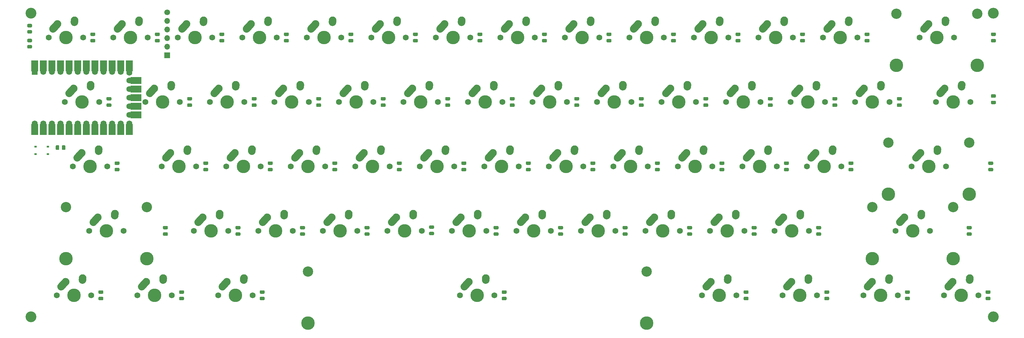
<source format=gbr>
%TF.GenerationSoftware,KiCad,Pcbnew,(5.1.9)-1*%
%TF.CreationDate,2021-02-27T14:08:49-05:00*%
%TF.ProjectId,IoT_Keyboard,496f545f-4b65-4796-926f-6172642e6b69,v1.0*%
%TF.SameCoordinates,Original*%
%TF.FileFunction,Soldermask,Bot*%
%TF.FilePolarity,Negative*%
%FSLAX46Y46*%
G04 Gerber Fmt 4.6, Leading zero omitted, Abs format (unit mm)*
G04 Created by KiCad (PCBNEW (5.1.9)-1) date 2021-02-27 14:08:49*
%MOMM*%
%LPD*%
G01*
G04 APERTURE LIST*
%ADD10C,3.200000*%
%ADD11C,1.700000*%
%ADD12O,1.700000X1.700000*%
%ADD13R,1.700000X1.700000*%
%ADD14C,3.987800*%
%ADD15C,3.048000*%
%ADD16C,1.750000*%
%ADD17C,2.250000*%
%ADD18R,3.250000X2.000000*%
%ADD19R,2.000000X3.250000*%
%ADD20C,1.752600*%
%ADD21R,1.752600X1.752600*%
%ADD22R,0.700000X0.500000*%
G04 APERTURE END LIST*
D10*
%TO.C,REF\u002A\u002A*%
X348456250Y-41275000D03*
%TD*%
%TO.C,REF\u002A\u002A*%
X348456250Y-130968750D03*
%TD*%
%TO.C,REF\u002A\u002A*%
X64293750Y-130968750D03*
%TD*%
%TO.C,REF\u002A\u002A*%
X64293750Y-41275000D03*
%TD*%
D11*
%TO.C,U2*%
X104475000Y-41018750D03*
D12*
X104475000Y-43558750D03*
X104475000Y-46098750D03*
X104475000Y-48638750D03*
X104475000Y-51178750D03*
D13*
X104475000Y-53718750D03*
%TD*%
%TO.C,R3*%
G36*
G01*
X63443749Y-44402500D02*
X64343751Y-44402500D01*
G75*
G02*
X64593750Y-44652499I0J-249999D01*
G01*
X64593750Y-45177501D01*
G75*
G02*
X64343751Y-45427500I-249999J0D01*
G01*
X63443749Y-45427500D01*
G75*
G02*
X63193750Y-45177501I0J249999D01*
G01*
X63193750Y-44652499D01*
G75*
G02*
X63443749Y-44402500I249999J0D01*
G01*
G37*
G36*
G01*
X63443749Y-46227500D02*
X64343751Y-46227500D01*
G75*
G02*
X64593750Y-46477499I0J-249999D01*
G01*
X64593750Y-47002501D01*
G75*
G02*
X64343751Y-47252500I-249999J0D01*
G01*
X63443749Y-47252500D01*
G75*
G02*
X63193750Y-47002501I0J249999D01*
G01*
X63193750Y-46477499D01*
G75*
G02*
X63443749Y-46227500I249999J0D01*
G01*
G37*
%TD*%
%TO.C,R2*%
G36*
G01*
X63443749Y-48812500D02*
X64343751Y-48812500D01*
G75*
G02*
X64593750Y-49062499I0J-249999D01*
G01*
X64593750Y-49587501D01*
G75*
G02*
X64343751Y-49837500I-249999J0D01*
G01*
X63443749Y-49837500D01*
G75*
G02*
X63193750Y-49587501I0J249999D01*
G01*
X63193750Y-49062499D01*
G75*
G02*
X63443749Y-48812500I249999J0D01*
G01*
G37*
G36*
G01*
X63443749Y-50637500D02*
X64343751Y-50637500D01*
G75*
G02*
X64593750Y-50887499I0J-249999D01*
G01*
X64593750Y-51412501D01*
G75*
G02*
X64343751Y-51662500I-249999J0D01*
G01*
X63443749Y-51662500D01*
G75*
G02*
X63193750Y-51412501I0J249999D01*
G01*
X63193750Y-50887499D01*
G75*
G02*
X63443749Y-50637500I249999J0D01*
G01*
G37*
%TD*%
D14*
%TO.C,MX57*%
X246056150Y-132873750D03*
X146056350Y-132873750D03*
D15*
X246056150Y-117633750D03*
X146056350Y-117633750D03*
D16*
X201136250Y-124618750D03*
X190976250Y-124618750D03*
D17*
X193556250Y-120618750D03*
D14*
X196056250Y-124618750D03*
G36*
G01*
X191494938Y-122916100D02*
X191494933Y-122916095D01*
G75*
G02*
X191408905Y-121327433I751317J837345D01*
G01*
X192718907Y-119867433D01*
G75*
G02*
X194307569Y-119781405I837345J-751317D01*
G01*
X194307569Y-119781405D01*
G75*
G02*
X194393597Y-121370067I-751317J-837345D01*
G01*
X193083595Y-122830067D01*
G75*
G02*
X191494933Y-122916095I-837345J751317D01*
G01*
G37*
D17*
X198596250Y-119538750D03*
G36*
G01*
X198479733Y-121241145D02*
X198478847Y-121241084D01*
G75*
G02*
X197433916Y-120041347I77403J1122334D01*
G01*
X197473916Y-119461347D01*
G75*
G02*
X198673653Y-118416416I1122334J-77403D01*
G01*
X198673653Y-118416416D01*
G75*
G02*
X199718584Y-119616153I-77403J-1122334D01*
G01*
X199678584Y-120196153D01*
G75*
G02*
X198478847Y-121241084I-1122334J77403D01*
G01*
G37*
%TD*%
D16*
%TO.C,MX61*%
X344011250Y-124618750D03*
X333851250Y-124618750D03*
D17*
X336431250Y-120618750D03*
D14*
X338931250Y-124618750D03*
G36*
G01*
X334369938Y-122916100D02*
X334369933Y-122916095D01*
G75*
G02*
X334283905Y-121327433I751317J837345D01*
G01*
X335593907Y-119867433D01*
G75*
G02*
X337182569Y-119781405I837345J-751317D01*
G01*
X337182569Y-119781405D01*
G75*
G02*
X337268597Y-121370067I-751317J-837345D01*
G01*
X335958595Y-122830067D01*
G75*
G02*
X334369933Y-122916095I-837345J751317D01*
G01*
G37*
D17*
X341471250Y-119538750D03*
G36*
G01*
X341354733Y-121241145D02*
X341353847Y-121241084D01*
G75*
G02*
X340308916Y-120041347I77403J1122334D01*
G01*
X340348916Y-119461347D01*
G75*
G02*
X341548653Y-118416416I1122334J-77403D01*
G01*
X341548653Y-118416416D01*
G75*
G02*
X342593584Y-119616153I-77403J-1122334D01*
G01*
X342553584Y-120196153D01*
G75*
G02*
X341353847Y-121241084I-1122334J77403D01*
G01*
G37*
%TD*%
D16*
%TO.C,MX59*%
X296386250Y-124618750D03*
X286226250Y-124618750D03*
D17*
X288806250Y-120618750D03*
D14*
X291306250Y-124618750D03*
G36*
G01*
X286744938Y-122916100D02*
X286744933Y-122916095D01*
G75*
G02*
X286658905Y-121327433I751317J837345D01*
G01*
X287968907Y-119867433D01*
G75*
G02*
X289557569Y-119781405I837345J-751317D01*
G01*
X289557569Y-119781405D01*
G75*
G02*
X289643597Y-121370067I-751317J-837345D01*
G01*
X288333595Y-122830067D01*
G75*
G02*
X286744933Y-122916095I-837345J751317D01*
G01*
G37*
D17*
X293846250Y-119538750D03*
G36*
G01*
X293729733Y-121241145D02*
X293728847Y-121241084D01*
G75*
G02*
X292683916Y-120041347I77403J1122334D01*
G01*
X292723916Y-119461347D01*
G75*
G02*
X293923653Y-118416416I1122334J-77403D01*
G01*
X293923653Y-118416416D01*
G75*
G02*
X294968584Y-119616153I-77403J-1122334D01*
G01*
X294928584Y-120196153D01*
G75*
G02*
X293728847Y-121241084I-1122334J77403D01*
G01*
G37*
%TD*%
D16*
%TO.C,MX54*%
X82073750Y-124618750D03*
X71913750Y-124618750D03*
D17*
X74493750Y-120618750D03*
D14*
X76993750Y-124618750D03*
G36*
G01*
X72432438Y-122916100D02*
X72432433Y-122916095D01*
G75*
G02*
X72346405Y-121327433I751317J837345D01*
G01*
X73656407Y-119867433D01*
G75*
G02*
X75245069Y-119781405I837345J-751317D01*
G01*
X75245069Y-119781405D01*
G75*
G02*
X75331097Y-121370067I-751317J-837345D01*
G01*
X74021095Y-122830067D01*
G75*
G02*
X72432433Y-122916095I-837345J751317D01*
G01*
G37*
D17*
X79533750Y-119538750D03*
G36*
G01*
X79417233Y-121241145D02*
X79416347Y-121241084D01*
G75*
G02*
X78371416Y-120041347I77403J1122334D01*
G01*
X78411416Y-119461347D01*
G75*
G02*
X79611153Y-118416416I1122334J-77403D01*
G01*
X79611153Y-118416416D01*
G75*
G02*
X80656084Y-119616153I-77403J-1122334D01*
G01*
X80616084Y-120196153D01*
G75*
G02*
X79416347Y-121241084I-1122334J77403D01*
G01*
G37*
%TD*%
D16*
%TO.C,MX58*%
X272573750Y-124618750D03*
X262413750Y-124618750D03*
D17*
X264993750Y-120618750D03*
D14*
X267493750Y-124618750D03*
G36*
G01*
X262932438Y-122916100D02*
X262932433Y-122916095D01*
G75*
G02*
X262846405Y-121327433I751317J837345D01*
G01*
X264156407Y-119867433D01*
G75*
G02*
X265745069Y-119781405I837345J-751317D01*
G01*
X265745069Y-119781405D01*
G75*
G02*
X265831097Y-121370067I-751317J-837345D01*
G01*
X264521095Y-122830067D01*
G75*
G02*
X262932433Y-122916095I-837345J751317D01*
G01*
G37*
D17*
X270033750Y-119538750D03*
G36*
G01*
X269917233Y-121241145D02*
X269916347Y-121241084D01*
G75*
G02*
X268871416Y-120041347I77403J1122334D01*
G01*
X268911416Y-119461347D01*
G75*
G02*
X270111153Y-118416416I1122334J-77403D01*
G01*
X270111153Y-118416416D01*
G75*
G02*
X271156084Y-119616153I-77403J-1122334D01*
G01*
X271116084Y-120196153D01*
G75*
G02*
X269916347Y-121241084I-1122334J77403D01*
G01*
G37*
%TD*%
D16*
%TO.C,MX60*%
X320198750Y-124618750D03*
X310038750Y-124618750D03*
D17*
X312618750Y-120618750D03*
D14*
X315118750Y-124618750D03*
G36*
G01*
X310557438Y-122916100D02*
X310557433Y-122916095D01*
G75*
G02*
X310471405Y-121327433I751317J837345D01*
G01*
X311781407Y-119867433D01*
G75*
G02*
X313370069Y-119781405I837345J-751317D01*
G01*
X313370069Y-119781405D01*
G75*
G02*
X313456097Y-121370067I-751317J-837345D01*
G01*
X312146095Y-122830067D01*
G75*
G02*
X310557433Y-122916095I-837345J751317D01*
G01*
G37*
D17*
X317658750Y-119538750D03*
G36*
G01*
X317542233Y-121241145D02*
X317541347Y-121241084D01*
G75*
G02*
X316496416Y-120041347I77403J1122334D01*
G01*
X316536416Y-119461347D01*
G75*
G02*
X317736153Y-118416416I1122334J-77403D01*
G01*
X317736153Y-118416416D01*
G75*
G02*
X318781084Y-119616153I-77403J-1122334D01*
G01*
X318741084Y-120196153D01*
G75*
G02*
X317541347Y-121241084I-1122334J77403D01*
G01*
G37*
%TD*%
D16*
%TO.C,MX56*%
X129698750Y-124618750D03*
X119538750Y-124618750D03*
D17*
X122118750Y-120618750D03*
D14*
X124618750Y-124618750D03*
G36*
G01*
X120057438Y-122916100D02*
X120057433Y-122916095D01*
G75*
G02*
X119971405Y-121327433I751317J837345D01*
G01*
X121281407Y-119867433D01*
G75*
G02*
X122870069Y-119781405I837345J-751317D01*
G01*
X122870069Y-119781405D01*
G75*
G02*
X122956097Y-121370067I-751317J-837345D01*
G01*
X121646095Y-122830067D01*
G75*
G02*
X120057433Y-122916095I-837345J751317D01*
G01*
G37*
D17*
X127158750Y-119538750D03*
G36*
G01*
X127042233Y-121241145D02*
X127041347Y-121241084D01*
G75*
G02*
X125996416Y-120041347I77403J1122334D01*
G01*
X126036416Y-119461347D01*
G75*
G02*
X127236153Y-118416416I1122334J-77403D01*
G01*
X127236153Y-118416416D01*
G75*
G02*
X128281084Y-119616153I-77403J-1122334D01*
G01*
X128241084Y-120196153D01*
G75*
G02*
X127041347Y-121241084I-1122334J77403D01*
G01*
G37*
%TD*%
D16*
%TO.C,MX55*%
X105886250Y-124618750D03*
X95726250Y-124618750D03*
D17*
X98306250Y-120618750D03*
D14*
X100806250Y-124618750D03*
G36*
G01*
X96244938Y-122916100D02*
X96244933Y-122916095D01*
G75*
G02*
X96158905Y-121327433I751317J837345D01*
G01*
X97468907Y-119867433D01*
G75*
G02*
X99057569Y-119781405I837345J-751317D01*
G01*
X99057569Y-119781405D01*
G75*
G02*
X99143597Y-121370067I-751317J-837345D01*
G01*
X97833595Y-122830067D01*
G75*
G02*
X96244933Y-122916095I-837345J751317D01*
G01*
G37*
D17*
X103346250Y-119538750D03*
G36*
G01*
X103229733Y-121241145D02*
X103228847Y-121241084D01*
G75*
G02*
X102183916Y-120041347I77403J1122334D01*
G01*
X102223916Y-119461347D01*
G75*
G02*
X103423653Y-118416416I1122334J-77403D01*
G01*
X103423653Y-118416416D01*
G75*
G02*
X104468584Y-119616153I-77403J-1122334D01*
G01*
X104428584Y-120196153D01*
G75*
G02*
X103228847Y-121241084I-1122334J77403D01*
G01*
G37*
%TD*%
D16*
%TO.C,MX15*%
X84455000Y-67468750D03*
X74295000Y-67468750D03*
D17*
X76875000Y-63468750D03*
D14*
X79375000Y-67468750D03*
G36*
G01*
X74813688Y-65766100D02*
X74813683Y-65766095D01*
G75*
G02*
X74727655Y-64177433I751317J837345D01*
G01*
X76037657Y-62717433D01*
G75*
G02*
X77626319Y-62631405I837345J-751317D01*
G01*
X77626319Y-62631405D01*
G75*
G02*
X77712347Y-64220067I-751317J-837345D01*
G01*
X76402345Y-65680067D01*
G75*
G02*
X74813683Y-65766095I-837345J751317D01*
G01*
G37*
D17*
X81915000Y-62388750D03*
G36*
G01*
X81798483Y-64091145D02*
X81797597Y-64091084D01*
G75*
G02*
X80752666Y-62891347I77403J1122334D01*
G01*
X80792666Y-62311347D01*
G75*
G02*
X81992403Y-61266416I1122334J-77403D01*
G01*
X81992403Y-61266416D01*
G75*
G02*
X83037334Y-62466153I-77403J-1122334D01*
G01*
X82997334Y-63046153D01*
G75*
G02*
X81797597Y-64091084I-1122334J77403D01*
G01*
G37*
%TD*%
D18*
%TO.C,U1*%
X95250000Y-71278750D03*
X95250000Y-68738750D03*
X95250000Y-66198750D03*
X95250000Y-63658750D03*
X95250000Y-61118750D03*
D19*
X65405000Y-75596750D03*
X67945000Y-75596750D03*
X70485000Y-75596750D03*
X73025000Y-75596750D03*
X75565000Y-75596750D03*
X78105000Y-75596750D03*
X80645000Y-75596750D03*
X83185000Y-75596750D03*
X85725000Y-75596750D03*
X88265000Y-75596750D03*
X90805000Y-75596750D03*
X93345000Y-75596750D03*
X93345000Y-56800750D03*
X90805000Y-56800750D03*
X88265000Y-56800750D03*
X85725000Y-56800750D03*
X83185000Y-56800750D03*
X80645000Y-56800750D03*
X78105000Y-56800750D03*
X75565000Y-56800750D03*
X73025000Y-56800750D03*
X70485000Y-56800750D03*
X67945000Y-56800750D03*
X65405000Y-56800750D03*
D20*
X93345000Y-61118750D03*
X93345000Y-63658750D03*
X93345000Y-66198750D03*
X93345000Y-68738750D03*
X93345000Y-71278750D03*
X65405000Y-73818750D03*
X93345000Y-58807350D03*
X67945000Y-73818750D03*
X70485000Y-73818750D03*
X73025000Y-73818750D03*
X75565000Y-73818750D03*
X78105000Y-73818750D03*
X80645000Y-73818750D03*
X83185000Y-73818750D03*
X85725000Y-73818750D03*
X88265000Y-73818750D03*
X90805000Y-73818750D03*
X93345000Y-73818750D03*
X90805000Y-58578750D03*
X88265000Y-58578750D03*
X85725000Y-58578750D03*
X83185000Y-58578750D03*
X80645000Y-58578750D03*
X78105000Y-58578750D03*
X75565000Y-58578750D03*
X73025000Y-58578750D03*
X70485000Y-58578750D03*
X67945000Y-58578750D03*
D21*
X65405000Y-58578750D03*
%TD*%
D14*
%TO.C,MX53*%
X336581750Y-113823750D03*
X312705750Y-113823750D03*
D15*
X336581750Y-98583750D03*
X312705750Y-98583750D03*
D16*
X329723750Y-105568750D03*
X319563750Y-105568750D03*
D17*
X322143750Y-101568750D03*
D14*
X324643750Y-105568750D03*
G36*
G01*
X320082438Y-103866100D02*
X320082433Y-103866095D01*
G75*
G02*
X319996405Y-102277433I751317J837345D01*
G01*
X321306407Y-100817433D01*
G75*
G02*
X322895069Y-100731405I837345J-751317D01*
G01*
X322895069Y-100731405D01*
G75*
G02*
X322981097Y-102320067I-751317J-837345D01*
G01*
X321671095Y-103780067D01*
G75*
G02*
X320082433Y-103866095I-837345J751317D01*
G01*
G37*
D17*
X327183750Y-100488750D03*
G36*
G01*
X327067233Y-102191145D02*
X327066347Y-102191084D01*
G75*
G02*
X326021416Y-100991347I77403J1122334D01*
G01*
X326061416Y-100411347D01*
G75*
G02*
X327261153Y-99366416I1122334J-77403D01*
G01*
X327261153Y-99366416D01*
G75*
G02*
X328306084Y-100566153I-77403J-1122334D01*
G01*
X328266084Y-101146153D01*
G75*
G02*
X327066347Y-102191084I-1122334J77403D01*
G01*
G37*
%TD*%
D14*
%TO.C,MX42*%
X98456750Y-113823750D03*
X74580750Y-113823750D03*
D15*
X98456750Y-98583750D03*
X74580750Y-98583750D03*
D16*
X91598750Y-105568750D03*
X81438750Y-105568750D03*
D17*
X84018750Y-101568750D03*
D14*
X86518750Y-105568750D03*
G36*
G01*
X81957438Y-103866100D02*
X81957433Y-103866095D01*
G75*
G02*
X81871405Y-102277433I751317J837345D01*
G01*
X83181407Y-100817433D01*
G75*
G02*
X84770069Y-100731405I837345J-751317D01*
G01*
X84770069Y-100731405D01*
G75*
G02*
X84856097Y-102320067I-751317J-837345D01*
G01*
X83546095Y-103780067D01*
G75*
G02*
X81957433Y-103866095I-837345J751317D01*
G01*
G37*
D17*
X89058750Y-100488750D03*
G36*
G01*
X88942233Y-102191145D02*
X88941347Y-102191084D01*
G75*
G02*
X87896416Y-100991347I77403J1122334D01*
G01*
X87936416Y-100411347D01*
G75*
G02*
X89136153Y-99366416I1122334J-77403D01*
G01*
X89136153Y-99366416D01*
G75*
G02*
X90181084Y-100566153I-77403J-1122334D01*
G01*
X90141084Y-101146153D01*
G75*
G02*
X88941347Y-102191084I-1122334J77403D01*
G01*
G37*
%TD*%
D14*
%TO.C,MX41*%
X341344250Y-94773750D03*
X317468250Y-94773750D03*
D15*
X341344250Y-79533750D03*
X317468250Y-79533750D03*
D16*
X334486250Y-86518750D03*
X324326250Y-86518750D03*
D17*
X326906250Y-82518750D03*
D14*
X329406250Y-86518750D03*
G36*
G01*
X324844938Y-84816100D02*
X324844933Y-84816095D01*
G75*
G02*
X324758905Y-83227433I751317J837345D01*
G01*
X326068907Y-81767433D01*
G75*
G02*
X327657569Y-81681405I837345J-751317D01*
G01*
X327657569Y-81681405D01*
G75*
G02*
X327743597Y-83270067I-751317J-837345D01*
G01*
X326433595Y-84730067D01*
G75*
G02*
X324844933Y-84816095I-837345J751317D01*
G01*
G37*
D17*
X331946250Y-81438750D03*
G36*
G01*
X331829733Y-83141145D02*
X331828847Y-83141084D01*
G75*
G02*
X330783916Y-81941347I77403J1122334D01*
G01*
X330823916Y-81361347D01*
G75*
G02*
X332023653Y-80316416I1122334J-77403D01*
G01*
X332023653Y-80316416D01*
G75*
G02*
X333068584Y-81516153I-77403J-1122334D01*
G01*
X333028584Y-82096153D01*
G75*
G02*
X331828847Y-83141084I-1122334J77403D01*
G01*
G37*
%TD*%
D16*
%TO.C,MX29*%
X86836250Y-86518750D03*
X76676250Y-86518750D03*
D17*
X79256250Y-82518750D03*
D14*
X81756250Y-86518750D03*
G36*
G01*
X77194938Y-84816100D02*
X77194933Y-84816095D01*
G75*
G02*
X77108905Y-83227433I751317J837345D01*
G01*
X78418907Y-81767433D01*
G75*
G02*
X80007569Y-81681405I837345J-751317D01*
G01*
X80007569Y-81681405D01*
G75*
G02*
X80093597Y-83270067I-751317J-837345D01*
G01*
X78783595Y-84730067D01*
G75*
G02*
X77194933Y-84816095I-837345J751317D01*
G01*
G37*
D17*
X84296250Y-81438750D03*
G36*
G01*
X84179733Y-83141145D02*
X84178847Y-83141084D01*
G75*
G02*
X83133916Y-81941347I77403J1122334D01*
G01*
X83173916Y-81361347D01*
G75*
G02*
X84373653Y-80316416I1122334J-77403D01*
G01*
X84373653Y-80316416D01*
G75*
G02*
X85418584Y-81516153I-77403J-1122334D01*
G01*
X85378584Y-82096153D01*
G75*
G02*
X84178847Y-83141084I-1122334J77403D01*
G01*
G37*
%TD*%
D16*
%TO.C,MX28*%
X341630000Y-67468750D03*
X331470000Y-67468750D03*
D17*
X334050000Y-63468750D03*
D14*
X336550000Y-67468750D03*
G36*
G01*
X331988688Y-65766100D02*
X331988683Y-65766095D01*
G75*
G02*
X331902655Y-64177433I751317J837345D01*
G01*
X333212657Y-62717433D01*
G75*
G02*
X334801319Y-62631405I837345J-751317D01*
G01*
X334801319Y-62631405D01*
G75*
G02*
X334887347Y-64220067I-751317J-837345D01*
G01*
X333577345Y-65680067D01*
G75*
G02*
X331988683Y-65766095I-837345J751317D01*
G01*
G37*
D17*
X339090000Y-62388750D03*
G36*
G01*
X338973483Y-64091145D02*
X338972597Y-64091084D01*
G75*
G02*
X337927666Y-62891347I77403J1122334D01*
G01*
X337967666Y-62311347D01*
G75*
G02*
X339167403Y-61266416I1122334J-77403D01*
G01*
X339167403Y-61266416D01*
G75*
G02*
X340212334Y-62466153I-77403J-1122334D01*
G01*
X340172334Y-63046153D01*
G75*
G02*
X338972597Y-64091084I-1122334J77403D01*
G01*
G37*
%TD*%
D14*
%TO.C,MX14*%
X343725500Y-56673750D03*
X319849500Y-56673750D03*
D15*
X343725500Y-41433750D03*
X319849500Y-41433750D03*
D16*
X336867500Y-48418750D03*
X326707500Y-48418750D03*
D17*
X329287500Y-44418750D03*
D14*
X331787500Y-48418750D03*
G36*
G01*
X327226188Y-46716100D02*
X327226183Y-46716095D01*
G75*
G02*
X327140155Y-45127433I751317J837345D01*
G01*
X328450157Y-43667433D01*
G75*
G02*
X330038819Y-43581405I837345J-751317D01*
G01*
X330038819Y-43581405D01*
G75*
G02*
X330124847Y-45170067I-751317J-837345D01*
G01*
X328814845Y-46630067D01*
G75*
G02*
X327226183Y-46716095I-837345J751317D01*
G01*
G37*
D17*
X334327500Y-43338750D03*
G36*
G01*
X334210983Y-45041145D02*
X334210097Y-45041084D01*
G75*
G02*
X333165166Y-43841347I77403J1122334D01*
G01*
X333205166Y-43261347D01*
G75*
G02*
X334404903Y-42216416I1122334J-77403D01*
G01*
X334404903Y-42216416D01*
G75*
G02*
X335449834Y-43416153I-77403J-1122334D01*
G01*
X335409834Y-43996153D01*
G75*
G02*
X334210097Y-45041084I-1122334J77403D01*
G01*
G37*
%TD*%
D22*
%TO.C,SW1*%
X69268750Y-80656250D03*
X65668750Y-80656250D03*
X69268750Y-82856250D03*
X65668750Y-82856250D03*
%TD*%
%TO.C,R1*%
G36*
G01*
X73425000Y-81412501D02*
X73425000Y-80512499D01*
G75*
G02*
X73674999Y-80262500I249999J0D01*
G01*
X74200001Y-80262500D01*
G75*
G02*
X74450000Y-80512499I0J-249999D01*
G01*
X74450000Y-81412501D01*
G75*
G02*
X74200001Y-81662500I-249999J0D01*
G01*
X73674999Y-81662500D01*
G75*
G02*
X73425000Y-81412501I0J249999D01*
G01*
G37*
G36*
G01*
X71600000Y-81412501D02*
X71600000Y-80512499D01*
G75*
G02*
X71849999Y-80262500I249999J0D01*
G01*
X72375001Y-80262500D01*
G75*
G02*
X72625000Y-80512499I0J-249999D01*
G01*
X72625000Y-81412501D01*
G75*
G02*
X72375001Y-81662500I-249999J0D01*
G01*
X71849999Y-81662500D01*
G75*
G02*
X71600000Y-81412501I0J249999D01*
G01*
G37*
%TD*%
D16*
%TO.C,MX52*%
X294005000Y-105568750D03*
X283845000Y-105568750D03*
D17*
X286425000Y-101568750D03*
D14*
X288925000Y-105568750D03*
G36*
G01*
X284363688Y-103866100D02*
X284363683Y-103866095D01*
G75*
G02*
X284277655Y-102277433I751317J837345D01*
G01*
X285587657Y-100817433D01*
G75*
G02*
X287176319Y-100731405I837345J-751317D01*
G01*
X287176319Y-100731405D01*
G75*
G02*
X287262347Y-102320067I-751317J-837345D01*
G01*
X285952345Y-103780067D01*
G75*
G02*
X284363683Y-103866095I-837345J751317D01*
G01*
G37*
D17*
X291465000Y-100488750D03*
G36*
G01*
X291348483Y-102191145D02*
X291347597Y-102191084D01*
G75*
G02*
X290302666Y-100991347I77403J1122334D01*
G01*
X290342666Y-100411347D01*
G75*
G02*
X291542403Y-99366416I1122334J-77403D01*
G01*
X291542403Y-99366416D01*
G75*
G02*
X292587334Y-100566153I-77403J-1122334D01*
G01*
X292547334Y-101146153D01*
G75*
G02*
X291347597Y-102191084I-1122334J77403D01*
G01*
G37*
%TD*%
D16*
%TO.C,MX51*%
X274955000Y-105568750D03*
X264795000Y-105568750D03*
D17*
X267375000Y-101568750D03*
D14*
X269875000Y-105568750D03*
G36*
G01*
X265313688Y-103866100D02*
X265313683Y-103866095D01*
G75*
G02*
X265227655Y-102277433I751317J837345D01*
G01*
X266537657Y-100817433D01*
G75*
G02*
X268126319Y-100731405I837345J-751317D01*
G01*
X268126319Y-100731405D01*
G75*
G02*
X268212347Y-102320067I-751317J-837345D01*
G01*
X266902345Y-103780067D01*
G75*
G02*
X265313683Y-103866095I-837345J751317D01*
G01*
G37*
D17*
X272415000Y-100488750D03*
G36*
G01*
X272298483Y-102191145D02*
X272297597Y-102191084D01*
G75*
G02*
X271252666Y-100991347I77403J1122334D01*
G01*
X271292666Y-100411347D01*
G75*
G02*
X272492403Y-99366416I1122334J-77403D01*
G01*
X272492403Y-99366416D01*
G75*
G02*
X273537334Y-100566153I-77403J-1122334D01*
G01*
X273497334Y-101146153D01*
G75*
G02*
X272297597Y-102191084I-1122334J77403D01*
G01*
G37*
%TD*%
D16*
%TO.C,MX50*%
X255905000Y-105568750D03*
X245745000Y-105568750D03*
D17*
X248325000Y-101568750D03*
D14*
X250825000Y-105568750D03*
G36*
G01*
X246263688Y-103866100D02*
X246263683Y-103866095D01*
G75*
G02*
X246177655Y-102277433I751317J837345D01*
G01*
X247487657Y-100817433D01*
G75*
G02*
X249076319Y-100731405I837345J-751317D01*
G01*
X249076319Y-100731405D01*
G75*
G02*
X249162347Y-102320067I-751317J-837345D01*
G01*
X247852345Y-103780067D01*
G75*
G02*
X246263683Y-103866095I-837345J751317D01*
G01*
G37*
D17*
X253365000Y-100488750D03*
G36*
G01*
X253248483Y-102191145D02*
X253247597Y-102191084D01*
G75*
G02*
X252202666Y-100991347I77403J1122334D01*
G01*
X252242666Y-100411347D01*
G75*
G02*
X253442403Y-99366416I1122334J-77403D01*
G01*
X253442403Y-99366416D01*
G75*
G02*
X254487334Y-100566153I-77403J-1122334D01*
G01*
X254447334Y-101146153D01*
G75*
G02*
X253247597Y-102191084I-1122334J77403D01*
G01*
G37*
%TD*%
D16*
%TO.C,MX49*%
X236855000Y-105568750D03*
X226695000Y-105568750D03*
D17*
X229275000Y-101568750D03*
D14*
X231775000Y-105568750D03*
G36*
G01*
X227213688Y-103866100D02*
X227213683Y-103866095D01*
G75*
G02*
X227127655Y-102277433I751317J837345D01*
G01*
X228437657Y-100817433D01*
G75*
G02*
X230026319Y-100731405I837345J-751317D01*
G01*
X230026319Y-100731405D01*
G75*
G02*
X230112347Y-102320067I-751317J-837345D01*
G01*
X228802345Y-103780067D01*
G75*
G02*
X227213683Y-103866095I-837345J751317D01*
G01*
G37*
D17*
X234315000Y-100488750D03*
G36*
G01*
X234198483Y-102191145D02*
X234197597Y-102191084D01*
G75*
G02*
X233152666Y-100991347I77403J1122334D01*
G01*
X233192666Y-100411347D01*
G75*
G02*
X234392403Y-99366416I1122334J-77403D01*
G01*
X234392403Y-99366416D01*
G75*
G02*
X235437334Y-100566153I-77403J-1122334D01*
G01*
X235397334Y-101146153D01*
G75*
G02*
X234197597Y-102191084I-1122334J77403D01*
G01*
G37*
%TD*%
D16*
%TO.C,MX48*%
X217805000Y-105568750D03*
X207645000Y-105568750D03*
D17*
X210225000Y-101568750D03*
D14*
X212725000Y-105568750D03*
G36*
G01*
X208163688Y-103866100D02*
X208163683Y-103866095D01*
G75*
G02*
X208077655Y-102277433I751317J837345D01*
G01*
X209387657Y-100817433D01*
G75*
G02*
X210976319Y-100731405I837345J-751317D01*
G01*
X210976319Y-100731405D01*
G75*
G02*
X211062347Y-102320067I-751317J-837345D01*
G01*
X209752345Y-103780067D01*
G75*
G02*
X208163683Y-103866095I-837345J751317D01*
G01*
G37*
D17*
X215265000Y-100488750D03*
G36*
G01*
X215148483Y-102191145D02*
X215147597Y-102191084D01*
G75*
G02*
X214102666Y-100991347I77403J1122334D01*
G01*
X214142666Y-100411347D01*
G75*
G02*
X215342403Y-99366416I1122334J-77403D01*
G01*
X215342403Y-99366416D01*
G75*
G02*
X216387334Y-100566153I-77403J-1122334D01*
G01*
X216347334Y-101146153D01*
G75*
G02*
X215147597Y-102191084I-1122334J77403D01*
G01*
G37*
%TD*%
D16*
%TO.C,MX47*%
X198755000Y-105568750D03*
X188595000Y-105568750D03*
D17*
X191175000Y-101568750D03*
D14*
X193675000Y-105568750D03*
G36*
G01*
X189113688Y-103866100D02*
X189113683Y-103866095D01*
G75*
G02*
X189027655Y-102277433I751317J837345D01*
G01*
X190337657Y-100817433D01*
G75*
G02*
X191926319Y-100731405I837345J-751317D01*
G01*
X191926319Y-100731405D01*
G75*
G02*
X192012347Y-102320067I-751317J-837345D01*
G01*
X190702345Y-103780067D01*
G75*
G02*
X189113683Y-103866095I-837345J751317D01*
G01*
G37*
D17*
X196215000Y-100488750D03*
G36*
G01*
X196098483Y-102191145D02*
X196097597Y-102191084D01*
G75*
G02*
X195052666Y-100991347I77403J1122334D01*
G01*
X195092666Y-100411347D01*
G75*
G02*
X196292403Y-99366416I1122334J-77403D01*
G01*
X196292403Y-99366416D01*
G75*
G02*
X197337334Y-100566153I-77403J-1122334D01*
G01*
X197297334Y-101146153D01*
G75*
G02*
X196097597Y-102191084I-1122334J77403D01*
G01*
G37*
%TD*%
D16*
%TO.C,MX46*%
X179705000Y-105568750D03*
X169545000Y-105568750D03*
D17*
X172125000Y-101568750D03*
D14*
X174625000Y-105568750D03*
G36*
G01*
X170063688Y-103866100D02*
X170063683Y-103866095D01*
G75*
G02*
X169977655Y-102277433I751317J837345D01*
G01*
X171287657Y-100817433D01*
G75*
G02*
X172876319Y-100731405I837345J-751317D01*
G01*
X172876319Y-100731405D01*
G75*
G02*
X172962347Y-102320067I-751317J-837345D01*
G01*
X171652345Y-103780067D01*
G75*
G02*
X170063683Y-103866095I-837345J751317D01*
G01*
G37*
D17*
X177165000Y-100488750D03*
G36*
G01*
X177048483Y-102191145D02*
X177047597Y-102191084D01*
G75*
G02*
X176002666Y-100991347I77403J1122334D01*
G01*
X176042666Y-100411347D01*
G75*
G02*
X177242403Y-99366416I1122334J-77403D01*
G01*
X177242403Y-99366416D01*
G75*
G02*
X178287334Y-100566153I-77403J-1122334D01*
G01*
X178247334Y-101146153D01*
G75*
G02*
X177047597Y-102191084I-1122334J77403D01*
G01*
G37*
%TD*%
D16*
%TO.C,MX45*%
X160655000Y-105568750D03*
X150495000Y-105568750D03*
D17*
X153075000Y-101568750D03*
D14*
X155575000Y-105568750D03*
G36*
G01*
X151013688Y-103866100D02*
X151013683Y-103866095D01*
G75*
G02*
X150927655Y-102277433I751317J837345D01*
G01*
X152237657Y-100817433D01*
G75*
G02*
X153826319Y-100731405I837345J-751317D01*
G01*
X153826319Y-100731405D01*
G75*
G02*
X153912347Y-102320067I-751317J-837345D01*
G01*
X152602345Y-103780067D01*
G75*
G02*
X151013683Y-103866095I-837345J751317D01*
G01*
G37*
D17*
X158115000Y-100488750D03*
G36*
G01*
X157998483Y-102191145D02*
X157997597Y-102191084D01*
G75*
G02*
X156952666Y-100991347I77403J1122334D01*
G01*
X156992666Y-100411347D01*
G75*
G02*
X158192403Y-99366416I1122334J-77403D01*
G01*
X158192403Y-99366416D01*
G75*
G02*
X159237334Y-100566153I-77403J-1122334D01*
G01*
X159197334Y-101146153D01*
G75*
G02*
X157997597Y-102191084I-1122334J77403D01*
G01*
G37*
%TD*%
D16*
%TO.C,MX44*%
X141605000Y-105568750D03*
X131445000Y-105568750D03*
D17*
X134025000Y-101568750D03*
D14*
X136525000Y-105568750D03*
G36*
G01*
X131963688Y-103866100D02*
X131963683Y-103866095D01*
G75*
G02*
X131877655Y-102277433I751317J837345D01*
G01*
X133187657Y-100817433D01*
G75*
G02*
X134776319Y-100731405I837345J-751317D01*
G01*
X134776319Y-100731405D01*
G75*
G02*
X134862347Y-102320067I-751317J-837345D01*
G01*
X133552345Y-103780067D01*
G75*
G02*
X131963683Y-103866095I-837345J751317D01*
G01*
G37*
D17*
X139065000Y-100488750D03*
G36*
G01*
X138948483Y-102191145D02*
X138947597Y-102191084D01*
G75*
G02*
X137902666Y-100991347I77403J1122334D01*
G01*
X137942666Y-100411347D01*
G75*
G02*
X139142403Y-99366416I1122334J-77403D01*
G01*
X139142403Y-99366416D01*
G75*
G02*
X140187334Y-100566153I-77403J-1122334D01*
G01*
X140147334Y-101146153D01*
G75*
G02*
X138947597Y-102191084I-1122334J77403D01*
G01*
G37*
%TD*%
D16*
%TO.C,MX43*%
X122555000Y-105568750D03*
X112395000Y-105568750D03*
D17*
X114975000Y-101568750D03*
D14*
X117475000Y-105568750D03*
G36*
G01*
X112913688Y-103866100D02*
X112913683Y-103866095D01*
G75*
G02*
X112827655Y-102277433I751317J837345D01*
G01*
X114137657Y-100817433D01*
G75*
G02*
X115726319Y-100731405I837345J-751317D01*
G01*
X115726319Y-100731405D01*
G75*
G02*
X115812347Y-102320067I-751317J-837345D01*
G01*
X114502345Y-103780067D01*
G75*
G02*
X112913683Y-103866095I-837345J751317D01*
G01*
G37*
D17*
X120015000Y-100488750D03*
G36*
G01*
X119898483Y-102191145D02*
X119897597Y-102191084D01*
G75*
G02*
X118852666Y-100991347I77403J1122334D01*
G01*
X118892666Y-100411347D01*
G75*
G02*
X120092403Y-99366416I1122334J-77403D01*
G01*
X120092403Y-99366416D01*
G75*
G02*
X121137334Y-100566153I-77403J-1122334D01*
G01*
X121097334Y-101146153D01*
G75*
G02*
X119897597Y-102191084I-1122334J77403D01*
G01*
G37*
%TD*%
D16*
%TO.C,MX40*%
X303530000Y-86518750D03*
X293370000Y-86518750D03*
D17*
X295950000Y-82518750D03*
D14*
X298450000Y-86518750D03*
G36*
G01*
X293888688Y-84816100D02*
X293888683Y-84816095D01*
G75*
G02*
X293802655Y-83227433I751317J837345D01*
G01*
X295112657Y-81767433D01*
G75*
G02*
X296701319Y-81681405I837345J-751317D01*
G01*
X296701319Y-81681405D01*
G75*
G02*
X296787347Y-83270067I-751317J-837345D01*
G01*
X295477345Y-84730067D01*
G75*
G02*
X293888683Y-84816095I-837345J751317D01*
G01*
G37*
D17*
X300990000Y-81438750D03*
G36*
G01*
X300873483Y-83141145D02*
X300872597Y-83141084D01*
G75*
G02*
X299827666Y-81941347I77403J1122334D01*
G01*
X299867666Y-81361347D01*
G75*
G02*
X301067403Y-80316416I1122334J-77403D01*
G01*
X301067403Y-80316416D01*
G75*
G02*
X302112334Y-81516153I-77403J-1122334D01*
G01*
X302072334Y-82096153D01*
G75*
G02*
X300872597Y-83141084I-1122334J77403D01*
G01*
G37*
%TD*%
D16*
%TO.C,MX39*%
X284480000Y-86518750D03*
X274320000Y-86518750D03*
D17*
X276900000Y-82518750D03*
D14*
X279400000Y-86518750D03*
G36*
G01*
X274838688Y-84816100D02*
X274838683Y-84816095D01*
G75*
G02*
X274752655Y-83227433I751317J837345D01*
G01*
X276062657Y-81767433D01*
G75*
G02*
X277651319Y-81681405I837345J-751317D01*
G01*
X277651319Y-81681405D01*
G75*
G02*
X277737347Y-83270067I-751317J-837345D01*
G01*
X276427345Y-84730067D01*
G75*
G02*
X274838683Y-84816095I-837345J751317D01*
G01*
G37*
D17*
X281940000Y-81438750D03*
G36*
G01*
X281823483Y-83141145D02*
X281822597Y-83141084D01*
G75*
G02*
X280777666Y-81941347I77403J1122334D01*
G01*
X280817666Y-81361347D01*
G75*
G02*
X282017403Y-80316416I1122334J-77403D01*
G01*
X282017403Y-80316416D01*
G75*
G02*
X283062334Y-81516153I-77403J-1122334D01*
G01*
X283022334Y-82096153D01*
G75*
G02*
X281822597Y-83141084I-1122334J77403D01*
G01*
G37*
%TD*%
D16*
%TO.C,MX38*%
X265430000Y-86518750D03*
X255270000Y-86518750D03*
D17*
X257850000Y-82518750D03*
D14*
X260350000Y-86518750D03*
G36*
G01*
X255788688Y-84816100D02*
X255788683Y-84816095D01*
G75*
G02*
X255702655Y-83227433I751317J837345D01*
G01*
X257012657Y-81767433D01*
G75*
G02*
X258601319Y-81681405I837345J-751317D01*
G01*
X258601319Y-81681405D01*
G75*
G02*
X258687347Y-83270067I-751317J-837345D01*
G01*
X257377345Y-84730067D01*
G75*
G02*
X255788683Y-84816095I-837345J751317D01*
G01*
G37*
D17*
X262890000Y-81438750D03*
G36*
G01*
X262773483Y-83141145D02*
X262772597Y-83141084D01*
G75*
G02*
X261727666Y-81941347I77403J1122334D01*
G01*
X261767666Y-81361347D01*
G75*
G02*
X262967403Y-80316416I1122334J-77403D01*
G01*
X262967403Y-80316416D01*
G75*
G02*
X264012334Y-81516153I-77403J-1122334D01*
G01*
X263972334Y-82096153D01*
G75*
G02*
X262772597Y-83141084I-1122334J77403D01*
G01*
G37*
%TD*%
D16*
%TO.C,MX37*%
X246380000Y-86518750D03*
X236220000Y-86518750D03*
D17*
X238800000Y-82518750D03*
D14*
X241300000Y-86518750D03*
G36*
G01*
X236738688Y-84816100D02*
X236738683Y-84816095D01*
G75*
G02*
X236652655Y-83227433I751317J837345D01*
G01*
X237962657Y-81767433D01*
G75*
G02*
X239551319Y-81681405I837345J-751317D01*
G01*
X239551319Y-81681405D01*
G75*
G02*
X239637347Y-83270067I-751317J-837345D01*
G01*
X238327345Y-84730067D01*
G75*
G02*
X236738683Y-84816095I-837345J751317D01*
G01*
G37*
D17*
X243840000Y-81438750D03*
G36*
G01*
X243723483Y-83141145D02*
X243722597Y-83141084D01*
G75*
G02*
X242677666Y-81941347I77403J1122334D01*
G01*
X242717666Y-81361347D01*
G75*
G02*
X243917403Y-80316416I1122334J-77403D01*
G01*
X243917403Y-80316416D01*
G75*
G02*
X244962334Y-81516153I-77403J-1122334D01*
G01*
X244922334Y-82096153D01*
G75*
G02*
X243722597Y-83141084I-1122334J77403D01*
G01*
G37*
%TD*%
D16*
%TO.C,MX36*%
X227330000Y-86518750D03*
X217170000Y-86518750D03*
D17*
X219750000Y-82518750D03*
D14*
X222250000Y-86518750D03*
G36*
G01*
X217688688Y-84816100D02*
X217688683Y-84816095D01*
G75*
G02*
X217602655Y-83227433I751317J837345D01*
G01*
X218912657Y-81767433D01*
G75*
G02*
X220501319Y-81681405I837345J-751317D01*
G01*
X220501319Y-81681405D01*
G75*
G02*
X220587347Y-83270067I-751317J-837345D01*
G01*
X219277345Y-84730067D01*
G75*
G02*
X217688683Y-84816095I-837345J751317D01*
G01*
G37*
D17*
X224790000Y-81438750D03*
G36*
G01*
X224673483Y-83141145D02*
X224672597Y-83141084D01*
G75*
G02*
X223627666Y-81941347I77403J1122334D01*
G01*
X223667666Y-81361347D01*
G75*
G02*
X224867403Y-80316416I1122334J-77403D01*
G01*
X224867403Y-80316416D01*
G75*
G02*
X225912334Y-81516153I-77403J-1122334D01*
G01*
X225872334Y-82096153D01*
G75*
G02*
X224672597Y-83141084I-1122334J77403D01*
G01*
G37*
%TD*%
D16*
%TO.C,MX35*%
X208280000Y-86518750D03*
X198120000Y-86518750D03*
D17*
X200700000Y-82518750D03*
D14*
X203200000Y-86518750D03*
G36*
G01*
X198638688Y-84816100D02*
X198638683Y-84816095D01*
G75*
G02*
X198552655Y-83227433I751317J837345D01*
G01*
X199862657Y-81767433D01*
G75*
G02*
X201451319Y-81681405I837345J-751317D01*
G01*
X201451319Y-81681405D01*
G75*
G02*
X201537347Y-83270067I-751317J-837345D01*
G01*
X200227345Y-84730067D01*
G75*
G02*
X198638683Y-84816095I-837345J751317D01*
G01*
G37*
D17*
X205740000Y-81438750D03*
G36*
G01*
X205623483Y-83141145D02*
X205622597Y-83141084D01*
G75*
G02*
X204577666Y-81941347I77403J1122334D01*
G01*
X204617666Y-81361347D01*
G75*
G02*
X205817403Y-80316416I1122334J-77403D01*
G01*
X205817403Y-80316416D01*
G75*
G02*
X206862334Y-81516153I-77403J-1122334D01*
G01*
X206822334Y-82096153D01*
G75*
G02*
X205622597Y-83141084I-1122334J77403D01*
G01*
G37*
%TD*%
D16*
%TO.C,MX34*%
X189230000Y-86518750D03*
X179070000Y-86518750D03*
D17*
X181650000Y-82518750D03*
D14*
X184150000Y-86518750D03*
G36*
G01*
X179588688Y-84816100D02*
X179588683Y-84816095D01*
G75*
G02*
X179502655Y-83227433I751317J837345D01*
G01*
X180812657Y-81767433D01*
G75*
G02*
X182401319Y-81681405I837345J-751317D01*
G01*
X182401319Y-81681405D01*
G75*
G02*
X182487347Y-83270067I-751317J-837345D01*
G01*
X181177345Y-84730067D01*
G75*
G02*
X179588683Y-84816095I-837345J751317D01*
G01*
G37*
D17*
X186690000Y-81438750D03*
G36*
G01*
X186573483Y-83141145D02*
X186572597Y-83141084D01*
G75*
G02*
X185527666Y-81941347I77403J1122334D01*
G01*
X185567666Y-81361347D01*
G75*
G02*
X186767403Y-80316416I1122334J-77403D01*
G01*
X186767403Y-80316416D01*
G75*
G02*
X187812334Y-81516153I-77403J-1122334D01*
G01*
X187772334Y-82096153D01*
G75*
G02*
X186572597Y-83141084I-1122334J77403D01*
G01*
G37*
%TD*%
D16*
%TO.C,MX33*%
X170180000Y-86518750D03*
X160020000Y-86518750D03*
D17*
X162600000Y-82518750D03*
D14*
X165100000Y-86518750D03*
G36*
G01*
X160538688Y-84816100D02*
X160538683Y-84816095D01*
G75*
G02*
X160452655Y-83227433I751317J837345D01*
G01*
X161762657Y-81767433D01*
G75*
G02*
X163351319Y-81681405I837345J-751317D01*
G01*
X163351319Y-81681405D01*
G75*
G02*
X163437347Y-83270067I-751317J-837345D01*
G01*
X162127345Y-84730067D01*
G75*
G02*
X160538683Y-84816095I-837345J751317D01*
G01*
G37*
D17*
X167640000Y-81438750D03*
G36*
G01*
X167523483Y-83141145D02*
X167522597Y-83141084D01*
G75*
G02*
X166477666Y-81941347I77403J1122334D01*
G01*
X166517666Y-81361347D01*
G75*
G02*
X167717403Y-80316416I1122334J-77403D01*
G01*
X167717403Y-80316416D01*
G75*
G02*
X168762334Y-81516153I-77403J-1122334D01*
G01*
X168722334Y-82096153D01*
G75*
G02*
X167522597Y-83141084I-1122334J77403D01*
G01*
G37*
%TD*%
D16*
%TO.C,MX32*%
X151130000Y-86518750D03*
X140970000Y-86518750D03*
D17*
X143550000Y-82518750D03*
D14*
X146050000Y-86518750D03*
G36*
G01*
X141488688Y-84816100D02*
X141488683Y-84816095D01*
G75*
G02*
X141402655Y-83227433I751317J837345D01*
G01*
X142712657Y-81767433D01*
G75*
G02*
X144301319Y-81681405I837345J-751317D01*
G01*
X144301319Y-81681405D01*
G75*
G02*
X144387347Y-83270067I-751317J-837345D01*
G01*
X143077345Y-84730067D01*
G75*
G02*
X141488683Y-84816095I-837345J751317D01*
G01*
G37*
D17*
X148590000Y-81438750D03*
G36*
G01*
X148473483Y-83141145D02*
X148472597Y-83141084D01*
G75*
G02*
X147427666Y-81941347I77403J1122334D01*
G01*
X147467666Y-81361347D01*
G75*
G02*
X148667403Y-80316416I1122334J-77403D01*
G01*
X148667403Y-80316416D01*
G75*
G02*
X149712334Y-81516153I-77403J-1122334D01*
G01*
X149672334Y-82096153D01*
G75*
G02*
X148472597Y-83141084I-1122334J77403D01*
G01*
G37*
%TD*%
D16*
%TO.C,MX31*%
X132080000Y-86518750D03*
X121920000Y-86518750D03*
D17*
X124500000Y-82518750D03*
D14*
X127000000Y-86518750D03*
G36*
G01*
X122438688Y-84816100D02*
X122438683Y-84816095D01*
G75*
G02*
X122352655Y-83227433I751317J837345D01*
G01*
X123662657Y-81767433D01*
G75*
G02*
X125251319Y-81681405I837345J-751317D01*
G01*
X125251319Y-81681405D01*
G75*
G02*
X125337347Y-83270067I-751317J-837345D01*
G01*
X124027345Y-84730067D01*
G75*
G02*
X122438683Y-84816095I-837345J751317D01*
G01*
G37*
D17*
X129540000Y-81438750D03*
G36*
G01*
X129423483Y-83141145D02*
X129422597Y-83141084D01*
G75*
G02*
X128377666Y-81941347I77403J1122334D01*
G01*
X128417666Y-81361347D01*
G75*
G02*
X129617403Y-80316416I1122334J-77403D01*
G01*
X129617403Y-80316416D01*
G75*
G02*
X130662334Y-81516153I-77403J-1122334D01*
G01*
X130622334Y-82096153D01*
G75*
G02*
X129422597Y-83141084I-1122334J77403D01*
G01*
G37*
%TD*%
D16*
%TO.C,MX30*%
X113030000Y-86518750D03*
X102870000Y-86518750D03*
D17*
X105450000Y-82518750D03*
D14*
X107950000Y-86518750D03*
G36*
G01*
X103388688Y-84816100D02*
X103388683Y-84816095D01*
G75*
G02*
X103302655Y-83227433I751317J837345D01*
G01*
X104612657Y-81767433D01*
G75*
G02*
X106201319Y-81681405I837345J-751317D01*
G01*
X106201319Y-81681405D01*
G75*
G02*
X106287347Y-83270067I-751317J-837345D01*
G01*
X104977345Y-84730067D01*
G75*
G02*
X103388683Y-84816095I-837345J751317D01*
G01*
G37*
D17*
X110490000Y-81438750D03*
G36*
G01*
X110373483Y-83141145D02*
X110372597Y-83141084D01*
G75*
G02*
X109327666Y-81941347I77403J1122334D01*
G01*
X109367666Y-81361347D01*
G75*
G02*
X110567403Y-80316416I1122334J-77403D01*
G01*
X110567403Y-80316416D01*
G75*
G02*
X111612334Y-81516153I-77403J-1122334D01*
G01*
X111572334Y-82096153D01*
G75*
G02*
X110372597Y-83141084I-1122334J77403D01*
G01*
G37*
%TD*%
D16*
%TO.C,MX27*%
X317817500Y-67468750D03*
X307657500Y-67468750D03*
D17*
X310237500Y-63468750D03*
D14*
X312737500Y-67468750D03*
G36*
G01*
X308176188Y-65766100D02*
X308176183Y-65766095D01*
G75*
G02*
X308090155Y-64177433I751317J837345D01*
G01*
X309400157Y-62717433D01*
G75*
G02*
X310988819Y-62631405I837345J-751317D01*
G01*
X310988819Y-62631405D01*
G75*
G02*
X311074847Y-64220067I-751317J-837345D01*
G01*
X309764845Y-65680067D01*
G75*
G02*
X308176183Y-65766095I-837345J751317D01*
G01*
G37*
D17*
X315277500Y-62388750D03*
G36*
G01*
X315160983Y-64091145D02*
X315160097Y-64091084D01*
G75*
G02*
X314115166Y-62891347I77403J1122334D01*
G01*
X314155166Y-62311347D01*
G75*
G02*
X315354903Y-61266416I1122334J-77403D01*
G01*
X315354903Y-61266416D01*
G75*
G02*
X316399834Y-62466153I-77403J-1122334D01*
G01*
X316359834Y-63046153D01*
G75*
G02*
X315160097Y-64091084I-1122334J77403D01*
G01*
G37*
%TD*%
D16*
%TO.C,MX26*%
X298767500Y-67468750D03*
X288607500Y-67468750D03*
D17*
X291187500Y-63468750D03*
D14*
X293687500Y-67468750D03*
G36*
G01*
X289126188Y-65766100D02*
X289126183Y-65766095D01*
G75*
G02*
X289040155Y-64177433I751317J837345D01*
G01*
X290350157Y-62717433D01*
G75*
G02*
X291938819Y-62631405I837345J-751317D01*
G01*
X291938819Y-62631405D01*
G75*
G02*
X292024847Y-64220067I-751317J-837345D01*
G01*
X290714845Y-65680067D01*
G75*
G02*
X289126183Y-65766095I-837345J751317D01*
G01*
G37*
D17*
X296227500Y-62388750D03*
G36*
G01*
X296110983Y-64091145D02*
X296110097Y-64091084D01*
G75*
G02*
X295065166Y-62891347I77403J1122334D01*
G01*
X295105166Y-62311347D01*
G75*
G02*
X296304903Y-61266416I1122334J-77403D01*
G01*
X296304903Y-61266416D01*
G75*
G02*
X297349834Y-62466153I-77403J-1122334D01*
G01*
X297309834Y-63046153D01*
G75*
G02*
X296110097Y-64091084I-1122334J77403D01*
G01*
G37*
%TD*%
D16*
%TO.C,MX25*%
X279717500Y-67468750D03*
X269557500Y-67468750D03*
D17*
X272137500Y-63468750D03*
D14*
X274637500Y-67468750D03*
G36*
G01*
X270076188Y-65766100D02*
X270076183Y-65766095D01*
G75*
G02*
X269990155Y-64177433I751317J837345D01*
G01*
X271300157Y-62717433D01*
G75*
G02*
X272888819Y-62631405I837345J-751317D01*
G01*
X272888819Y-62631405D01*
G75*
G02*
X272974847Y-64220067I-751317J-837345D01*
G01*
X271664845Y-65680067D01*
G75*
G02*
X270076183Y-65766095I-837345J751317D01*
G01*
G37*
D17*
X277177500Y-62388750D03*
G36*
G01*
X277060983Y-64091145D02*
X277060097Y-64091084D01*
G75*
G02*
X276015166Y-62891347I77403J1122334D01*
G01*
X276055166Y-62311347D01*
G75*
G02*
X277254903Y-61266416I1122334J-77403D01*
G01*
X277254903Y-61266416D01*
G75*
G02*
X278299834Y-62466153I-77403J-1122334D01*
G01*
X278259834Y-63046153D01*
G75*
G02*
X277060097Y-64091084I-1122334J77403D01*
G01*
G37*
%TD*%
D16*
%TO.C,MX24*%
X260667500Y-67468750D03*
X250507500Y-67468750D03*
D17*
X253087500Y-63468750D03*
D14*
X255587500Y-67468750D03*
G36*
G01*
X251026188Y-65766100D02*
X251026183Y-65766095D01*
G75*
G02*
X250940155Y-64177433I751317J837345D01*
G01*
X252250157Y-62717433D01*
G75*
G02*
X253838819Y-62631405I837345J-751317D01*
G01*
X253838819Y-62631405D01*
G75*
G02*
X253924847Y-64220067I-751317J-837345D01*
G01*
X252614845Y-65680067D01*
G75*
G02*
X251026183Y-65766095I-837345J751317D01*
G01*
G37*
D17*
X258127500Y-62388750D03*
G36*
G01*
X258010983Y-64091145D02*
X258010097Y-64091084D01*
G75*
G02*
X256965166Y-62891347I77403J1122334D01*
G01*
X257005166Y-62311347D01*
G75*
G02*
X258204903Y-61266416I1122334J-77403D01*
G01*
X258204903Y-61266416D01*
G75*
G02*
X259249834Y-62466153I-77403J-1122334D01*
G01*
X259209834Y-63046153D01*
G75*
G02*
X258010097Y-64091084I-1122334J77403D01*
G01*
G37*
%TD*%
D16*
%TO.C,MX23*%
X241617500Y-67468750D03*
X231457500Y-67468750D03*
D17*
X234037500Y-63468750D03*
D14*
X236537500Y-67468750D03*
G36*
G01*
X231976188Y-65766100D02*
X231976183Y-65766095D01*
G75*
G02*
X231890155Y-64177433I751317J837345D01*
G01*
X233200157Y-62717433D01*
G75*
G02*
X234788819Y-62631405I837345J-751317D01*
G01*
X234788819Y-62631405D01*
G75*
G02*
X234874847Y-64220067I-751317J-837345D01*
G01*
X233564845Y-65680067D01*
G75*
G02*
X231976183Y-65766095I-837345J751317D01*
G01*
G37*
D17*
X239077500Y-62388750D03*
G36*
G01*
X238960983Y-64091145D02*
X238960097Y-64091084D01*
G75*
G02*
X237915166Y-62891347I77403J1122334D01*
G01*
X237955166Y-62311347D01*
G75*
G02*
X239154903Y-61266416I1122334J-77403D01*
G01*
X239154903Y-61266416D01*
G75*
G02*
X240199834Y-62466153I-77403J-1122334D01*
G01*
X240159834Y-63046153D01*
G75*
G02*
X238960097Y-64091084I-1122334J77403D01*
G01*
G37*
%TD*%
D16*
%TO.C,MX22*%
X222567500Y-67468750D03*
X212407500Y-67468750D03*
D17*
X214987500Y-63468750D03*
D14*
X217487500Y-67468750D03*
G36*
G01*
X212926188Y-65766100D02*
X212926183Y-65766095D01*
G75*
G02*
X212840155Y-64177433I751317J837345D01*
G01*
X214150157Y-62717433D01*
G75*
G02*
X215738819Y-62631405I837345J-751317D01*
G01*
X215738819Y-62631405D01*
G75*
G02*
X215824847Y-64220067I-751317J-837345D01*
G01*
X214514845Y-65680067D01*
G75*
G02*
X212926183Y-65766095I-837345J751317D01*
G01*
G37*
D17*
X220027500Y-62388750D03*
G36*
G01*
X219910983Y-64091145D02*
X219910097Y-64091084D01*
G75*
G02*
X218865166Y-62891347I77403J1122334D01*
G01*
X218905166Y-62311347D01*
G75*
G02*
X220104903Y-61266416I1122334J-77403D01*
G01*
X220104903Y-61266416D01*
G75*
G02*
X221149834Y-62466153I-77403J-1122334D01*
G01*
X221109834Y-63046153D01*
G75*
G02*
X219910097Y-64091084I-1122334J77403D01*
G01*
G37*
%TD*%
D16*
%TO.C,MX21*%
X203517500Y-67468750D03*
X193357500Y-67468750D03*
D17*
X195937500Y-63468750D03*
D14*
X198437500Y-67468750D03*
G36*
G01*
X193876188Y-65766100D02*
X193876183Y-65766095D01*
G75*
G02*
X193790155Y-64177433I751317J837345D01*
G01*
X195100157Y-62717433D01*
G75*
G02*
X196688819Y-62631405I837345J-751317D01*
G01*
X196688819Y-62631405D01*
G75*
G02*
X196774847Y-64220067I-751317J-837345D01*
G01*
X195464845Y-65680067D01*
G75*
G02*
X193876183Y-65766095I-837345J751317D01*
G01*
G37*
D17*
X200977500Y-62388750D03*
G36*
G01*
X200860983Y-64091145D02*
X200860097Y-64091084D01*
G75*
G02*
X199815166Y-62891347I77403J1122334D01*
G01*
X199855166Y-62311347D01*
G75*
G02*
X201054903Y-61266416I1122334J-77403D01*
G01*
X201054903Y-61266416D01*
G75*
G02*
X202099834Y-62466153I-77403J-1122334D01*
G01*
X202059834Y-63046153D01*
G75*
G02*
X200860097Y-64091084I-1122334J77403D01*
G01*
G37*
%TD*%
D16*
%TO.C,MX20*%
X184467500Y-67468750D03*
X174307500Y-67468750D03*
D17*
X176887500Y-63468750D03*
D14*
X179387500Y-67468750D03*
G36*
G01*
X174826188Y-65766100D02*
X174826183Y-65766095D01*
G75*
G02*
X174740155Y-64177433I751317J837345D01*
G01*
X176050157Y-62717433D01*
G75*
G02*
X177638819Y-62631405I837345J-751317D01*
G01*
X177638819Y-62631405D01*
G75*
G02*
X177724847Y-64220067I-751317J-837345D01*
G01*
X176414845Y-65680067D01*
G75*
G02*
X174826183Y-65766095I-837345J751317D01*
G01*
G37*
D17*
X181927500Y-62388750D03*
G36*
G01*
X181810983Y-64091145D02*
X181810097Y-64091084D01*
G75*
G02*
X180765166Y-62891347I77403J1122334D01*
G01*
X180805166Y-62311347D01*
G75*
G02*
X182004903Y-61266416I1122334J-77403D01*
G01*
X182004903Y-61266416D01*
G75*
G02*
X183049834Y-62466153I-77403J-1122334D01*
G01*
X183009834Y-63046153D01*
G75*
G02*
X181810097Y-64091084I-1122334J77403D01*
G01*
G37*
%TD*%
D16*
%TO.C,MX19*%
X165417500Y-67468750D03*
X155257500Y-67468750D03*
D17*
X157837500Y-63468750D03*
D14*
X160337500Y-67468750D03*
G36*
G01*
X155776188Y-65766100D02*
X155776183Y-65766095D01*
G75*
G02*
X155690155Y-64177433I751317J837345D01*
G01*
X157000157Y-62717433D01*
G75*
G02*
X158588819Y-62631405I837345J-751317D01*
G01*
X158588819Y-62631405D01*
G75*
G02*
X158674847Y-64220067I-751317J-837345D01*
G01*
X157364845Y-65680067D01*
G75*
G02*
X155776183Y-65766095I-837345J751317D01*
G01*
G37*
D17*
X162877500Y-62388750D03*
G36*
G01*
X162760983Y-64091145D02*
X162760097Y-64091084D01*
G75*
G02*
X161715166Y-62891347I77403J1122334D01*
G01*
X161755166Y-62311347D01*
G75*
G02*
X162954903Y-61266416I1122334J-77403D01*
G01*
X162954903Y-61266416D01*
G75*
G02*
X163999834Y-62466153I-77403J-1122334D01*
G01*
X163959834Y-63046153D01*
G75*
G02*
X162760097Y-64091084I-1122334J77403D01*
G01*
G37*
%TD*%
D16*
%TO.C,MX18*%
X146367500Y-67468750D03*
X136207500Y-67468750D03*
D17*
X138787500Y-63468750D03*
D14*
X141287500Y-67468750D03*
G36*
G01*
X136726188Y-65766100D02*
X136726183Y-65766095D01*
G75*
G02*
X136640155Y-64177433I751317J837345D01*
G01*
X137950157Y-62717433D01*
G75*
G02*
X139538819Y-62631405I837345J-751317D01*
G01*
X139538819Y-62631405D01*
G75*
G02*
X139624847Y-64220067I-751317J-837345D01*
G01*
X138314845Y-65680067D01*
G75*
G02*
X136726183Y-65766095I-837345J751317D01*
G01*
G37*
D17*
X143827500Y-62388750D03*
G36*
G01*
X143710983Y-64091145D02*
X143710097Y-64091084D01*
G75*
G02*
X142665166Y-62891347I77403J1122334D01*
G01*
X142705166Y-62311347D01*
G75*
G02*
X143904903Y-61266416I1122334J-77403D01*
G01*
X143904903Y-61266416D01*
G75*
G02*
X144949834Y-62466153I-77403J-1122334D01*
G01*
X144909834Y-63046153D01*
G75*
G02*
X143710097Y-64091084I-1122334J77403D01*
G01*
G37*
%TD*%
D16*
%TO.C,MX17*%
X127317500Y-67468750D03*
X117157500Y-67468750D03*
D17*
X119737500Y-63468750D03*
D14*
X122237500Y-67468750D03*
G36*
G01*
X117676188Y-65766100D02*
X117676183Y-65766095D01*
G75*
G02*
X117590155Y-64177433I751317J837345D01*
G01*
X118900157Y-62717433D01*
G75*
G02*
X120488819Y-62631405I837345J-751317D01*
G01*
X120488819Y-62631405D01*
G75*
G02*
X120574847Y-64220067I-751317J-837345D01*
G01*
X119264845Y-65680067D01*
G75*
G02*
X117676183Y-65766095I-837345J751317D01*
G01*
G37*
D17*
X124777500Y-62388750D03*
G36*
G01*
X124660983Y-64091145D02*
X124660097Y-64091084D01*
G75*
G02*
X123615166Y-62891347I77403J1122334D01*
G01*
X123655166Y-62311347D01*
G75*
G02*
X124854903Y-61266416I1122334J-77403D01*
G01*
X124854903Y-61266416D01*
G75*
G02*
X125899834Y-62466153I-77403J-1122334D01*
G01*
X125859834Y-63046153D01*
G75*
G02*
X124660097Y-64091084I-1122334J77403D01*
G01*
G37*
%TD*%
D16*
%TO.C,MX16*%
X108267500Y-67468750D03*
X98107500Y-67468750D03*
D17*
X100687500Y-63468750D03*
D14*
X103187500Y-67468750D03*
G36*
G01*
X98626188Y-65766100D02*
X98626183Y-65766095D01*
G75*
G02*
X98540155Y-64177433I751317J837345D01*
G01*
X99850157Y-62717433D01*
G75*
G02*
X101438819Y-62631405I837345J-751317D01*
G01*
X101438819Y-62631405D01*
G75*
G02*
X101524847Y-64220067I-751317J-837345D01*
G01*
X100214845Y-65680067D01*
G75*
G02*
X98626183Y-65766095I-837345J751317D01*
G01*
G37*
D17*
X105727500Y-62388750D03*
G36*
G01*
X105610983Y-64091145D02*
X105610097Y-64091084D01*
G75*
G02*
X104565166Y-62891347I77403J1122334D01*
G01*
X104605166Y-62311347D01*
G75*
G02*
X105804903Y-61266416I1122334J-77403D01*
G01*
X105804903Y-61266416D01*
G75*
G02*
X106849834Y-62466153I-77403J-1122334D01*
G01*
X106809834Y-63046153D01*
G75*
G02*
X105610097Y-64091084I-1122334J77403D01*
G01*
G37*
%TD*%
D16*
%TO.C,MX13*%
X308292500Y-48418750D03*
X298132500Y-48418750D03*
D17*
X300712500Y-44418750D03*
D14*
X303212500Y-48418750D03*
G36*
G01*
X298651188Y-46716100D02*
X298651183Y-46716095D01*
G75*
G02*
X298565155Y-45127433I751317J837345D01*
G01*
X299875157Y-43667433D01*
G75*
G02*
X301463819Y-43581405I837345J-751317D01*
G01*
X301463819Y-43581405D01*
G75*
G02*
X301549847Y-45170067I-751317J-837345D01*
G01*
X300239845Y-46630067D01*
G75*
G02*
X298651183Y-46716095I-837345J751317D01*
G01*
G37*
D17*
X305752500Y-43338750D03*
G36*
G01*
X305635983Y-45041145D02*
X305635097Y-45041084D01*
G75*
G02*
X304590166Y-43841347I77403J1122334D01*
G01*
X304630166Y-43261347D01*
G75*
G02*
X305829903Y-42216416I1122334J-77403D01*
G01*
X305829903Y-42216416D01*
G75*
G02*
X306874834Y-43416153I-77403J-1122334D01*
G01*
X306834834Y-43996153D01*
G75*
G02*
X305635097Y-45041084I-1122334J77403D01*
G01*
G37*
%TD*%
D16*
%TO.C,MX12*%
X289242500Y-48418750D03*
X279082500Y-48418750D03*
D17*
X281662500Y-44418750D03*
D14*
X284162500Y-48418750D03*
G36*
G01*
X279601188Y-46716100D02*
X279601183Y-46716095D01*
G75*
G02*
X279515155Y-45127433I751317J837345D01*
G01*
X280825157Y-43667433D01*
G75*
G02*
X282413819Y-43581405I837345J-751317D01*
G01*
X282413819Y-43581405D01*
G75*
G02*
X282499847Y-45170067I-751317J-837345D01*
G01*
X281189845Y-46630067D01*
G75*
G02*
X279601183Y-46716095I-837345J751317D01*
G01*
G37*
D17*
X286702500Y-43338750D03*
G36*
G01*
X286585983Y-45041145D02*
X286585097Y-45041084D01*
G75*
G02*
X285540166Y-43841347I77403J1122334D01*
G01*
X285580166Y-43261347D01*
G75*
G02*
X286779903Y-42216416I1122334J-77403D01*
G01*
X286779903Y-42216416D01*
G75*
G02*
X287824834Y-43416153I-77403J-1122334D01*
G01*
X287784834Y-43996153D01*
G75*
G02*
X286585097Y-45041084I-1122334J77403D01*
G01*
G37*
%TD*%
D16*
%TO.C,MX11*%
X270192500Y-48418750D03*
X260032500Y-48418750D03*
D17*
X262612500Y-44418750D03*
D14*
X265112500Y-48418750D03*
G36*
G01*
X260551188Y-46716100D02*
X260551183Y-46716095D01*
G75*
G02*
X260465155Y-45127433I751317J837345D01*
G01*
X261775157Y-43667433D01*
G75*
G02*
X263363819Y-43581405I837345J-751317D01*
G01*
X263363819Y-43581405D01*
G75*
G02*
X263449847Y-45170067I-751317J-837345D01*
G01*
X262139845Y-46630067D01*
G75*
G02*
X260551183Y-46716095I-837345J751317D01*
G01*
G37*
D17*
X267652500Y-43338750D03*
G36*
G01*
X267535983Y-45041145D02*
X267535097Y-45041084D01*
G75*
G02*
X266490166Y-43841347I77403J1122334D01*
G01*
X266530166Y-43261347D01*
G75*
G02*
X267729903Y-42216416I1122334J-77403D01*
G01*
X267729903Y-42216416D01*
G75*
G02*
X268774834Y-43416153I-77403J-1122334D01*
G01*
X268734834Y-43996153D01*
G75*
G02*
X267535097Y-45041084I-1122334J77403D01*
G01*
G37*
%TD*%
D16*
%TO.C,MX10*%
X251142500Y-48418750D03*
X240982500Y-48418750D03*
D17*
X243562500Y-44418750D03*
D14*
X246062500Y-48418750D03*
G36*
G01*
X241501188Y-46716100D02*
X241501183Y-46716095D01*
G75*
G02*
X241415155Y-45127433I751317J837345D01*
G01*
X242725157Y-43667433D01*
G75*
G02*
X244313819Y-43581405I837345J-751317D01*
G01*
X244313819Y-43581405D01*
G75*
G02*
X244399847Y-45170067I-751317J-837345D01*
G01*
X243089845Y-46630067D01*
G75*
G02*
X241501183Y-46716095I-837345J751317D01*
G01*
G37*
D17*
X248602500Y-43338750D03*
G36*
G01*
X248485983Y-45041145D02*
X248485097Y-45041084D01*
G75*
G02*
X247440166Y-43841347I77403J1122334D01*
G01*
X247480166Y-43261347D01*
G75*
G02*
X248679903Y-42216416I1122334J-77403D01*
G01*
X248679903Y-42216416D01*
G75*
G02*
X249724834Y-43416153I-77403J-1122334D01*
G01*
X249684834Y-43996153D01*
G75*
G02*
X248485097Y-45041084I-1122334J77403D01*
G01*
G37*
%TD*%
D16*
%TO.C,MX9*%
X232092500Y-48418750D03*
X221932500Y-48418750D03*
D17*
X224512500Y-44418750D03*
D14*
X227012500Y-48418750D03*
G36*
G01*
X222451188Y-46716100D02*
X222451183Y-46716095D01*
G75*
G02*
X222365155Y-45127433I751317J837345D01*
G01*
X223675157Y-43667433D01*
G75*
G02*
X225263819Y-43581405I837345J-751317D01*
G01*
X225263819Y-43581405D01*
G75*
G02*
X225349847Y-45170067I-751317J-837345D01*
G01*
X224039845Y-46630067D01*
G75*
G02*
X222451183Y-46716095I-837345J751317D01*
G01*
G37*
D17*
X229552500Y-43338750D03*
G36*
G01*
X229435983Y-45041145D02*
X229435097Y-45041084D01*
G75*
G02*
X228390166Y-43841347I77403J1122334D01*
G01*
X228430166Y-43261347D01*
G75*
G02*
X229629903Y-42216416I1122334J-77403D01*
G01*
X229629903Y-42216416D01*
G75*
G02*
X230674834Y-43416153I-77403J-1122334D01*
G01*
X230634834Y-43996153D01*
G75*
G02*
X229435097Y-45041084I-1122334J77403D01*
G01*
G37*
%TD*%
D16*
%TO.C,MX8*%
X213042500Y-48418750D03*
X202882500Y-48418750D03*
D17*
X205462500Y-44418750D03*
D14*
X207962500Y-48418750D03*
G36*
G01*
X203401188Y-46716100D02*
X203401183Y-46716095D01*
G75*
G02*
X203315155Y-45127433I751317J837345D01*
G01*
X204625157Y-43667433D01*
G75*
G02*
X206213819Y-43581405I837345J-751317D01*
G01*
X206213819Y-43581405D01*
G75*
G02*
X206299847Y-45170067I-751317J-837345D01*
G01*
X204989845Y-46630067D01*
G75*
G02*
X203401183Y-46716095I-837345J751317D01*
G01*
G37*
D17*
X210502500Y-43338750D03*
G36*
G01*
X210385983Y-45041145D02*
X210385097Y-45041084D01*
G75*
G02*
X209340166Y-43841347I77403J1122334D01*
G01*
X209380166Y-43261347D01*
G75*
G02*
X210579903Y-42216416I1122334J-77403D01*
G01*
X210579903Y-42216416D01*
G75*
G02*
X211624834Y-43416153I-77403J-1122334D01*
G01*
X211584834Y-43996153D01*
G75*
G02*
X210385097Y-45041084I-1122334J77403D01*
G01*
G37*
%TD*%
D16*
%TO.C,MX7*%
X193992500Y-48418750D03*
X183832500Y-48418750D03*
D17*
X186412500Y-44418750D03*
D14*
X188912500Y-48418750D03*
G36*
G01*
X184351188Y-46716100D02*
X184351183Y-46716095D01*
G75*
G02*
X184265155Y-45127433I751317J837345D01*
G01*
X185575157Y-43667433D01*
G75*
G02*
X187163819Y-43581405I837345J-751317D01*
G01*
X187163819Y-43581405D01*
G75*
G02*
X187249847Y-45170067I-751317J-837345D01*
G01*
X185939845Y-46630067D01*
G75*
G02*
X184351183Y-46716095I-837345J751317D01*
G01*
G37*
D17*
X191452500Y-43338750D03*
G36*
G01*
X191335983Y-45041145D02*
X191335097Y-45041084D01*
G75*
G02*
X190290166Y-43841347I77403J1122334D01*
G01*
X190330166Y-43261347D01*
G75*
G02*
X191529903Y-42216416I1122334J-77403D01*
G01*
X191529903Y-42216416D01*
G75*
G02*
X192574834Y-43416153I-77403J-1122334D01*
G01*
X192534834Y-43996153D01*
G75*
G02*
X191335097Y-45041084I-1122334J77403D01*
G01*
G37*
%TD*%
D16*
%TO.C,MX6*%
X174942500Y-48418750D03*
X164782500Y-48418750D03*
D17*
X167362500Y-44418750D03*
D14*
X169862500Y-48418750D03*
G36*
G01*
X165301188Y-46716100D02*
X165301183Y-46716095D01*
G75*
G02*
X165215155Y-45127433I751317J837345D01*
G01*
X166525157Y-43667433D01*
G75*
G02*
X168113819Y-43581405I837345J-751317D01*
G01*
X168113819Y-43581405D01*
G75*
G02*
X168199847Y-45170067I-751317J-837345D01*
G01*
X166889845Y-46630067D01*
G75*
G02*
X165301183Y-46716095I-837345J751317D01*
G01*
G37*
D17*
X172402500Y-43338750D03*
G36*
G01*
X172285983Y-45041145D02*
X172285097Y-45041084D01*
G75*
G02*
X171240166Y-43841347I77403J1122334D01*
G01*
X171280166Y-43261347D01*
G75*
G02*
X172479903Y-42216416I1122334J-77403D01*
G01*
X172479903Y-42216416D01*
G75*
G02*
X173524834Y-43416153I-77403J-1122334D01*
G01*
X173484834Y-43996153D01*
G75*
G02*
X172285097Y-45041084I-1122334J77403D01*
G01*
G37*
%TD*%
D16*
%TO.C,MX5*%
X155892500Y-48418750D03*
X145732500Y-48418750D03*
D17*
X148312500Y-44418750D03*
D14*
X150812500Y-48418750D03*
G36*
G01*
X146251188Y-46716100D02*
X146251183Y-46716095D01*
G75*
G02*
X146165155Y-45127433I751317J837345D01*
G01*
X147475157Y-43667433D01*
G75*
G02*
X149063819Y-43581405I837345J-751317D01*
G01*
X149063819Y-43581405D01*
G75*
G02*
X149149847Y-45170067I-751317J-837345D01*
G01*
X147839845Y-46630067D01*
G75*
G02*
X146251183Y-46716095I-837345J751317D01*
G01*
G37*
D17*
X153352500Y-43338750D03*
G36*
G01*
X153235983Y-45041145D02*
X153235097Y-45041084D01*
G75*
G02*
X152190166Y-43841347I77403J1122334D01*
G01*
X152230166Y-43261347D01*
G75*
G02*
X153429903Y-42216416I1122334J-77403D01*
G01*
X153429903Y-42216416D01*
G75*
G02*
X154474834Y-43416153I-77403J-1122334D01*
G01*
X154434834Y-43996153D01*
G75*
G02*
X153235097Y-45041084I-1122334J77403D01*
G01*
G37*
%TD*%
D16*
%TO.C,MX4*%
X136842500Y-48418750D03*
X126682500Y-48418750D03*
D17*
X129262500Y-44418750D03*
D14*
X131762500Y-48418750D03*
G36*
G01*
X127201188Y-46716100D02*
X127201183Y-46716095D01*
G75*
G02*
X127115155Y-45127433I751317J837345D01*
G01*
X128425157Y-43667433D01*
G75*
G02*
X130013819Y-43581405I837345J-751317D01*
G01*
X130013819Y-43581405D01*
G75*
G02*
X130099847Y-45170067I-751317J-837345D01*
G01*
X128789845Y-46630067D01*
G75*
G02*
X127201183Y-46716095I-837345J751317D01*
G01*
G37*
D17*
X134302500Y-43338750D03*
G36*
G01*
X134185983Y-45041145D02*
X134185097Y-45041084D01*
G75*
G02*
X133140166Y-43841347I77403J1122334D01*
G01*
X133180166Y-43261347D01*
G75*
G02*
X134379903Y-42216416I1122334J-77403D01*
G01*
X134379903Y-42216416D01*
G75*
G02*
X135424834Y-43416153I-77403J-1122334D01*
G01*
X135384834Y-43996153D01*
G75*
G02*
X134185097Y-45041084I-1122334J77403D01*
G01*
G37*
%TD*%
D16*
%TO.C,MX3*%
X117792500Y-48418750D03*
X107632500Y-48418750D03*
D17*
X110212500Y-44418750D03*
D14*
X112712500Y-48418750D03*
G36*
G01*
X108151188Y-46716100D02*
X108151183Y-46716095D01*
G75*
G02*
X108065155Y-45127433I751317J837345D01*
G01*
X109375157Y-43667433D01*
G75*
G02*
X110963819Y-43581405I837345J-751317D01*
G01*
X110963819Y-43581405D01*
G75*
G02*
X111049847Y-45170067I-751317J-837345D01*
G01*
X109739845Y-46630067D01*
G75*
G02*
X108151183Y-46716095I-837345J751317D01*
G01*
G37*
D17*
X115252500Y-43338750D03*
G36*
G01*
X115135983Y-45041145D02*
X115135097Y-45041084D01*
G75*
G02*
X114090166Y-43841347I77403J1122334D01*
G01*
X114130166Y-43261347D01*
G75*
G02*
X115329903Y-42216416I1122334J-77403D01*
G01*
X115329903Y-42216416D01*
G75*
G02*
X116374834Y-43416153I-77403J-1122334D01*
G01*
X116334834Y-43996153D01*
G75*
G02*
X115135097Y-45041084I-1122334J77403D01*
G01*
G37*
%TD*%
D16*
%TO.C,MX2*%
X98742500Y-48418750D03*
X88582500Y-48418750D03*
D17*
X91162500Y-44418750D03*
D14*
X93662500Y-48418750D03*
G36*
G01*
X89101188Y-46716100D02*
X89101183Y-46716095D01*
G75*
G02*
X89015155Y-45127433I751317J837345D01*
G01*
X90325157Y-43667433D01*
G75*
G02*
X91913819Y-43581405I837345J-751317D01*
G01*
X91913819Y-43581405D01*
G75*
G02*
X91999847Y-45170067I-751317J-837345D01*
G01*
X90689845Y-46630067D01*
G75*
G02*
X89101183Y-46716095I-837345J751317D01*
G01*
G37*
D17*
X96202500Y-43338750D03*
G36*
G01*
X96085983Y-45041145D02*
X96085097Y-45041084D01*
G75*
G02*
X95040166Y-43841347I77403J1122334D01*
G01*
X95080166Y-43261347D01*
G75*
G02*
X96279903Y-42216416I1122334J-77403D01*
G01*
X96279903Y-42216416D01*
G75*
G02*
X97324834Y-43416153I-77403J-1122334D01*
G01*
X97284834Y-43996153D01*
G75*
G02*
X96085097Y-45041084I-1122334J77403D01*
G01*
G37*
%TD*%
D16*
%TO.C,MX1*%
X79692500Y-48418750D03*
X69532500Y-48418750D03*
D17*
X72112500Y-44418750D03*
D14*
X74612500Y-48418750D03*
G36*
G01*
X70051188Y-46716100D02*
X70051183Y-46716095D01*
G75*
G02*
X69965155Y-45127433I751317J837345D01*
G01*
X71275157Y-43667433D01*
G75*
G02*
X72863819Y-43581405I837345J-751317D01*
G01*
X72863819Y-43581405D01*
G75*
G02*
X72949847Y-45170067I-751317J-837345D01*
G01*
X71639845Y-46630067D01*
G75*
G02*
X70051183Y-46716095I-837345J751317D01*
G01*
G37*
D17*
X77152500Y-43338750D03*
G36*
G01*
X77035983Y-45041145D02*
X77035097Y-45041084D01*
G75*
G02*
X75990166Y-43841347I77403J1122334D01*
G01*
X76030166Y-43261347D01*
G75*
G02*
X77229903Y-42216416I1122334J-77403D01*
G01*
X77229903Y-42216416D01*
G75*
G02*
X78274834Y-43416153I-77403J-1122334D01*
G01*
X78234834Y-43996153D01*
G75*
G02*
X77035097Y-45041084I-1122334J77403D01*
G01*
G37*
%TD*%
%TO.C,D61*%
G36*
G01*
X347343750Y-124168750D02*
X346393750Y-124168750D01*
G75*
G02*
X346143750Y-123918750I0J250000D01*
G01*
X346143750Y-123418750D01*
G75*
G02*
X346393750Y-123168750I250000J0D01*
G01*
X347343750Y-123168750D01*
G75*
G02*
X347593750Y-123418750I0J-250000D01*
G01*
X347593750Y-123918750D01*
G75*
G02*
X347343750Y-124168750I-250000J0D01*
G01*
G37*
G36*
G01*
X347343750Y-126068750D02*
X346393750Y-126068750D01*
G75*
G02*
X346143750Y-125818750I0J250000D01*
G01*
X346143750Y-125318750D01*
G75*
G02*
X346393750Y-125068750I250000J0D01*
G01*
X347343750Y-125068750D01*
G75*
G02*
X347593750Y-125318750I0J-250000D01*
G01*
X347593750Y-125818750D01*
G75*
G02*
X347343750Y-126068750I-250000J0D01*
G01*
G37*
%TD*%
%TO.C,D60*%
G36*
G01*
X323531250Y-124168750D02*
X322581250Y-124168750D01*
G75*
G02*
X322331250Y-123918750I0J250000D01*
G01*
X322331250Y-123418750D01*
G75*
G02*
X322581250Y-123168750I250000J0D01*
G01*
X323531250Y-123168750D01*
G75*
G02*
X323781250Y-123418750I0J-250000D01*
G01*
X323781250Y-123918750D01*
G75*
G02*
X323531250Y-124168750I-250000J0D01*
G01*
G37*
G36*
G01*
X323531250Y-126068750D02*
X322581250Y-126068750D01*
G75*
G02*
X322331250Y-125818750I0J250000D01*
G01*
X322331250Y-125318750D01*
G75*
G02*
X322581250Y-125068750I250000J0D01*
G01*
X323531250Y-125068750D01*
G75*
G02*
X323781250Y-125318750I0J-250000D01*
G01*
X323781250Y-125818750D01*
G75*
G02*
X323531250Y-126068750I-250000J0D01*
G01*
G37*
%TD*%
%TO.C,D59*%
G36*
G01*
X299718750Y-124168750D02*
X298768750Y-124168750D01*
G75*
G02*
X298518750Y-123918750I0J250000D01*
G01*
X298518750Y-123418750D01*
G75*
G02*
X298768750Y-123168750I250000J0D01*
G01*
X299718750Y-123168750D01*
G75*
G02*
X299968750Y-123418750I0J-250000D01*
G01*
X299968750Y-123918750D01*
G75*
G02*
X299718750Y-124168750I-250000J0D01*
G01*
G37*
G36*
G01*
X299718750Y-126068750D02*
X298768750Y-126068750D01*
G75*
G02*
X298518750Y-125818750I0J250000D01*
G01*
X298518750Y-125318750D01*
G75*
G02*
X298768750Y-125068750I250000J0D01*
G01*
X299718750Y-125068750D01*
G75*
G02*
X299968750Y-125318750I0J-250000D01*
G01*
X299968750Y-125818750D01*
G75*
G02*
X299718750Y-126068750I-250000J0D01*
G01*
G37*
%TD*%
%TO.C,D58*%
G36*
G01*
X275906250Y-124168750D02*
X274956250Y-124168750D01*
G75*
G02*
X274706250Y-123918750I0J250000D01*
G01*
X274706250Y-123418750D01*
G75*
G02*
X274956250Y-123168750I250000J0D01*
G01*
X275906250Y-123168750D01*
G75*
G02*
X276156250Y-123418750I0J-250000D01*
G01*
X276156250Y-123918750D01*
G75*
G02*
X275906250Y-124168750I-250000J0D01*
G01*
G37*
G36*
G01*
X275906250Y-126068750D02*
X274956250Y-126068750D01*
G75*
G02*
X274706250Y-125818750I0J250000D01*
G01*
X274706250Y-125318750D01*
G75*
G02*
X274956250Y-125068750I250000J0D01*
G01*
X275906250Y-125068750D01*
G75*
G02*
X276156250Y-125318750I0J-250000D01*
G01*
X276156250Y-125818750D01*
G75*
G02*
X275906250Y-126068750I-250000J0D01*
G01*
G37*
%TD*%
%TO.C,D57*%
G36*
G01*
X204468750Y-124168750D02*
X203518750Y-124168750D01*
G75*
G02*
X203268750Y-123918750I0J250000D01*
G01*
X203268750Y-123418750D01*
G75*
G02*
X203518750Y-123168750I250000J0D01*
G01*
X204468750Y-123168750D01*
G75*
G02*
X204718750Y-123418750I0J-250000D01*
G01*
X204718750Y-123918750D01*
G75*
G02*
X204468750Y-124168750I-250000J0D01*
G01*
G37*
G36*
G01*
X204468750Y-126068750D02*
X203518750Y-126068750D01*
G75*
G02*
X203268750Y-125818750I0J250000D01*
G01*
X203268750Y-125318750D01*
G75*
G02*
X203518750Y-125068750I250000J0D01*
G01*
X204468750Y-125068750D01*
G75*
G02*
X204718750Y-125318750I0J-250000D01*
G01*
X204718750Y-125818750D01*
G75*
G02*
X204468750Y-126068750I-250000J0D01*
G01*
G37*
%TD*%
%TO.C,D56*%
G36*
G01*
X133031250Y-124168750D02*
X132081250Y-124168750D01*
G75*
G02*
X131831250Y-123918750I0J250000D01*
G01*
X131831250Y-123418750D01*
G75*
G02*
X132081250Y-123168750I250000J0D01*
G01*
X133031250Y-123168750D01*
G75*
G02*
X133281250Y-123418750I0J-250000D01*
G01*
X133281250Y-123918750D01*
G75*
G02*
X133031250Y-124168750I-250000J0D01*
G01*
G37*
G36*
G01*
X133031250Y-126068750D02*
X132081250Y-126068750D01*
G75*
G02*
X131831250Y-125818750I0J250000D01*
G01*
X131831250Y-125318750D01*
G75*
G02*
X132081250Y-125068750I250000J0D01*
G01*
X133031250Y-125068750D01*
G75*
G02*
X133281250Y-125318750I0J-250000D01*
G01*
X133281250Y-125818750D01*
G75*
G02*
X133031250Y-126068750I-250000J0D01*
G01*
G37*
%TD*%
%TO.C,D55*%
G36*
G01*
X109218750Y-124168750D02*
X108268750Y-124168750D01*
G75*
G02*
X108018750Y-123918750I0J250000D01*
G01*
X108018750Y-123418750D01*
G75*
G02*
X108268750Y-123168750I250000J0D01*
G01*
X109218750Y-123168750D01*
G75*
G02*
X109468750Y-123418750I0J-250000D01*
G01*
X109468750Y-123918750D01*
G75*
G02*
X109218750Y-124168750I-250000J0D01*
G01*
G37*
G36*
G01*
X109218750Y-126068750D02*
X108268750Y-126068750D01*
G75*
G02*
X108018750Y-125818750I0J250000D01*
G01*
X108018750Y-125318750D01*
G75*
G02*
X108268750Y-125068750I250000J0D01*
G01*
X109218750Y-125068750D01*
G75*
G02*
X109468750Y-125318750I0J-250000D01*
G01*
X109468750Y-125818750D01*
G75*
G02*
X109218750Y-126068750I-250000J0D01*
G01*
G37*
%TD*%
%TO.C,D54*%
G36*
G01*
X85406250Y-124168750D02*
X84456250Y-124168750D01*
G75*
G02*
X84206250Y-123918750I0J250000D01*
G01*
X84206250Y-123418750D01*
G75*
G02*
X84456250Y-123168750I250000J0D01*
G01*
X85406250Y-123168750D01*
G75*
G02*
X85656250Y-123418750I0J-250000D01*
G01*
X85656250Y-123918750D01*
G75*
G02*
X85406250Y-124168750I-250000J0D01*
G01*
G37*
G36*
G01*
X85406250Y-126068750D02*
X84456250Y-126068750D01*
G75*
G02*
X84206250Y-125818750I0J250000D01*
G01*
X84206250Y-125318750D01*
G75*
G02*
X84456250Y-125068750I250000J0D01*
G01*
X85406250Y-125068750D01*
G75*
G02*
X85656250Y-125318750I0J-250000D01*
G01*
X85656250Y-125818750D01*
G75*
G02*
X85406250Y-126068750I-250000J0D01*
G01*
G37*
%TD*%
%TO.C,D53*%
G36*
G01*
X341787500Y-105118750D02*
X340837500Y-105118750D01*
G75*
G02*
X340587500Y-104868750I0J250000D01*
G01*
X340587500Y-104368750D01*
G75*
G02*
X340837500Y-104118750I250000J0D01*
G01*
X341787500Y-104118750D01*
G75*
G02*
X342037500Y-104368750I0J-250000D01*
G01*
X342037500Y-104868750D01*
G75*
G02*
X341787500Y-105118750I-250000J0D01*
G01*
G37*
G36*
G01*
X341787500Y-107018750D02*
X340837500Y-107018750D01*
G75*
G02*
X340587500Y-106768750I0J250000D01*
G01*
X340587500Y-106268750D01*
G75*
G02*
X340837500Y-106018750I250000J0D01*
G01*
X341787500Y-106018750D01*
G75*
G02*
X342037500Y-106268750I0J-250000D01*
G01*
X342037500Y-106768750D01*
G75*
G02*
X341787500Y-107018750I-250000J0D01*
G01*
G37*
%TD*%
%TO.C,D52*%
G36*
G01*
X297337500Y-105118750D02*
X296387500Y-105118750D01*
G75*
G02*
X296137500Y-104868750I0J250000D01*
G01*
X296137500Y-104368750D01*
G75*
G02*
X296387500Y-104118750I250000J0D01*
G01*
X297337500Y-104118750D01*
G75*
G02*
X297587500Y-104368750I0J-250000D01*
G01*
X297587500Y-104868750D01*
G75*
G02*
X297337500Y-105118750I-250000J0D01*
G01*
G37*
G36*
G01*
X297337500Y-107018750D02*
X296387500Y-107018750D01*
G75*
G02*
X296137500Y-106768750I0J250000D01*
G01*
X296137500Y-106268750D01*
G75*
G02*
X296387500Y-106018750I250000J0D01*
G01*
X297337500Y-106018750D01*
G75*
G02*
X297587500Y-106268750I0J-250000D01*
G01*
X297587500Y-106768750D01*
G75*
G02*
X297337500Y-107018750I-250000J0D01*
G01*
G37*
%TD*%
%TO.C,D51*%
G36*
G01*
X278287500Y-105118750D02*
X277337500Y-105118750D01*
G75*
G02*
X277087500Y-104868750I0J250000D01*
G01*
X277087500Y-104368750D01*
G75*
G02*
X277337500Y-104118750I250000J0D01*
G01*
X278287500Y-104118750D01*
G75*
G02*
X278537500Y-104368750I0J-250000D01*
G01*
X278537500Y-104868750D01*
G75*
G02*
X278287500Y-105118750I-250000J0D01*
G01*
G37*
G36*
G01*
X278287500Y-107018750D02*
X277337500Y-107018750D01*
G75*
G02*
X277087500Y-106768750I0J250000D01*
G01*
X277087500Y-106268750D01*
G75*
G02*
X277337500Y-106018750I250000J0D01*
G01*
X278287500Y-106018750D01*
G75*
G02*
X278537500Y-106268750I0J-250000D01*
G01*
X278537500Y-106768750D01*
G75*
G02*
X278287500Y-107018750I-250000J0D01*
G01*
G37*
%TD*%
%TO.C,D50*%
G36*
G01*
X259237500Y-105118750D02*
X258287500Y-105118750D01*
G75*
G02*
X258037500Y-104868750I0J250000D01*
G01*
X258037500Y-104368750D01*
G75*
G02*
X258287500Y-104118750I250000J0D01*
G01*
X259237500Y-104118750D01*
G75*
G02*
X259487500Y-104368750I0J-250000D01*
G01*
X259487500Y-104868750D01*
G75*
G02*
X259237500Y-105118750I-250000J0D01*
G01*
G37*
G36*
G01*
X259237500Y-107018750D02*
X258287500Y-107018750D01*
G75*
G02*
X258037500Y-106768750I0J250000D01*
G01*
X258037500Y-106268750D01*
G75*
G02*
X258287500Y-106018750I250000J0D01*
G01*
X259237500Y-106018750D01*
G75*
G02*
X259487500Y-106268750I0J-250000D01*
G01*
X259487500Y-106768750D01*
G75*
G02*
X259237500Y-107018750I-250000J0D01*
G01*
G37*
%TD*%
%TO.C,D49*%
G36*
G01*
X240187500Y-105118750D02*
X239237500Y-105118750D01*
G75*
G02*
X238987500Y-104868750I0J250000D01*
G01*
X238987500Y-104368750D01*
G75*
G02*
X239237500Y-104118750I250000J0D01*
G01*
X240187500Y-104118750D01*
G75*
G02*
X240437500Y-104368750I0J-250000D01*
G01*
X240437500Y-104868750D01*
G75*
G02*
X240187500Y-105118750I-250000J0D01*
G01*
G37*
G36*
G01*
X240187500Y-107018750D02*
X239237500Y-107018750D01*
G75*
G02*
X238987500Y-106768750I0J250000D01*
G01*
X238987500Y-106268750D01*
G75*
G02*
X239237500Y-106018750I250000J0D01*
G01*
X240187500Y-106018750D01*
G75*
G02*
X240437500Y-106268750I0J-250000D01*
G01*
X240437500Y-106768750D01*
G75*
G02*
X240187500Y-107018750I-250000J0D01*
G01*
G37*
%TD*%
%TO.C,D48*%
G36*
G01*
X221137500Y-105118750D02*
X220187500Y-105118750D01*
G75*
G02*
X219937500Y-104868750I0J250000D01*
G01*
X219937500Y-104368750D01*
G75*
G02*
X220187500Y-104118750I250000J0D01*
G01*
X221137500Y-104118750D01*
G75*
G02*
X221387500Y-104368750I0J-250000D01*
G01*
X221387500Y-104868750D01*
G75*
G02*
X221137500Y-105118750I-250000J0D01*
G01*
G37*
G36*
G01*
X221137500Y-107018750D02*
X220187500Y-107018750D01*
G75*
G02*
X219937500Y-106768750I0J250000D01*
G01*
X219937500Y-106268750D01*
G75*
G02*
X220187500Y-106018750I250000J0D01*
G01*
X221137500Y-106018750D01*
G75*
G02*
X221387500Y-106268750I0J-250000D01*
G01*
X221387500Y-106768750D01*
G75*
G02*
X221137500Y-107018750I-250000J0D01*
G01*
G37*
%TD*%
%TO.C,D47*%
G36*
G01*
X202087500Y-105118750D02*
X201137500Y-105118750D01*
G75*
G02*
X200887500Y-104868750I0J250000D01*
G01*
X200887500Y-104368750D01*
G75*
G02*
X201137500Y-104118750I250000J0D01*
G01*
X202087500Y-104118750D01*
G75*
G02*
X202337500Y-104368750I0J-250000D01*
G01*
X202337500Y-104868750D01*
G75*
G02*
X202087500Y-105118750I-250000J0D01*
G01*
G37*
G36*
G01*
X202087500Y-107018750D02*
X201137500Y-107018750D01*
G75*
G02*
X200887500Y-106768750I0J250000D01*
G01*
X200887500Y-106268750D01*
G75*
G02*
X201137500Y-106018750I250000J0D01*
G01*
X202087500Y-106018750D01*
G75*
G02*
X202337500Y-106268750I0J-250000D01*
G01*
X202337500Y-106768750D01*
G75*
G02*
X202087500Y-107018750I-250000J0D01*
G01*
G37*
%TD*%
%TO.C,D46*%
G36*
G01*
X183037500Y-104962500D02*
X182087500Y-104962500D01*
G75*
G02*
X181837500Y-104712500I0J250000D01*
G01*
X181837500Y-104212500D01*
G75*
G02*
X182087500Y-103962500I250000J0D01*
G01*
X183037500Y-103962500D01*
G75*
G02*
X183287500Y-104212500I0J-250000D01*
G01*
X183287500Y-104712500D01*
G75*
G02*
X183037500Y-104962500I-250000J0D01*
G01*
G37*
G36*
G01*
X183037500Y-106862500D02*
X182087500Y-106862500D01*
G75*
G02*
X181837500Y-106612500I0J250000D01*
G01*
X181837500Y-106112500D01*
G75*
G02*
X182087500Y-105862500I250000J0D01*
G01*
X183037500Y-105862500D01*
G75*
G02*
X183287500Y-106112500I0J-250000D01*
G01*
X183287500Y-106612500D01*
G75*
G02*
X183037500Y-106862500I-250000J0D01*
G01*
G37*
%TD*%
%TO.C,D45*%
G36*
G01*
X163987500Y-105118750D02*
X163037500Y-105118750D01*
G75*
G02*
X162787500Y-104868750I0J250000D01*
G01*
X162787500Y-104368750D01*
G75*
G02*
X163037500Y-104118750I250000J0D01*
G01*
X163987500Y-104118750D01*
G75*
G02*
X164237500Y-104368750I0J-250000D01*
G01*
X164237500Y-104868750D01*
G75*
G02*
X163987500Y-105118750I-250000J0D01*
G01*
G37*
G36*
G01*
X163987500Y-107018750D02*
X163037500Y-107018750D01*
G75*
G02*
X162787500Y-106768750I0J250000D01*
G01*
X162787500Y-106268750D01*
G75*
G02*
X163037500Y-106018750I250000J0D01*
G01*
X163987500Y-106018750D01*
G75*
G02*
X164237500Y-106268750I0J-250000D01*
G01*
X164237500Y-106768750D01*
G75*
G02*
X163987500Y-107018750I-250000J0D01*
G01*
G37*
%TD*%
%TO.C,D44*%
G36*
G01*
X144937500Y-105118750D02*
X143987500Y-105118750D01*
G75*
G02*
X143737500Y-104868750I0J250000D01*
G01*
X143737500Y-104368750D01*
G75*
G02*
X143987500Y-104118750I250000J0D01*
G01*
X144937500Y-104118750D01*
G75*
G02*
X145187500Y-104368750I0J-250000D01*
G01*
X145187500Y-104868750D01*
G75*
G02*
X144937500Y-105118750I-250000J0D01*
G01*
G37*
G36*
G01*
X144937500Y-107018750D02*
X143987500Y-107018750D01*
G75*
G02*
X143737500Y-106768750I0J250000D01*
G01*
X143737500Y-106268750D01*
G75*
G02*
X143987500Y-106018750I250000J0D01*
G01*
X144937500Y-106018750D01*
G75*
G02*
X145187500Y-106268750I0J-250000D01*
G01*
X145187500Y-106768750D01*
G75*
G02*
X144937500Y-107018750I-250000J0D01*
G01*
G37*
%TD*%
%TO.C,D43*%
G36*
G01*
X125887500Y-105118750D02*
X124937500Y-105118750D01*
G75*
G02*
X124687500Y-104868750I0J250000D01*
G01*
X124687500Y-104368750D01*
G75*
G02*
X124937500Y-104118750I250000J0D01*
G01*
X125887500Y-104118750D01*
G75*
G02*
X126137500Y-104368750I0J-250000D01*
G01*
X126137500Y-104868750D01*
G75*
G02*
X125887500Y-105118750I-250000J0D01*
G01*
G37*
G36*
G01*
X125887500Y-107018750D02*
X124937500Y-107018750D01*
G75*
G02*
X124687500Y-106768750I0J250000D01*
G01*
X124687500Y-106268750D01*
G75*
G02*
X124937500Y-106018750I250000J0D01*
G01*
X125887500Y-106018750D01*
G75*
G02*
X126137500Y-106268750I0J-250000D01*
G01*
X126137500Y-106768750D01*
G75*
G02*
X125887500Y-107018750I-250000J0D01*
G01*
G37*
%TD*%
%TO.C,D42*%
G36*
G01*
X104456250Y-105118750D02*
X103506250Y-105118750D01*
G75*
G02*
X103256250Y-104868750I0J250000D01*
G01*
X103256250Y-104368750D01*
G75*
G02*
X103506250Y-104118750I250000J0D01*
G01*
X104456250Y-104118750D01*
G75*
G02*
X104706250Y-104368750I0J-250000D01*
G01*
X104706250Y-104868750D01*
G75*
G02*
X104456250Y-105118750I-250000J0D01*
G01*
G37*
G36*
G01*
X104456250Y-107018750D02*
X103506250Y-107018750D01*
G75*
G02*
X103256250Y-106768750I0J250000D01*
G01*
X103256250Y-106268750D01*
G75*
G02*
X103506250Y-106018750I250000J0D01*
G01*
X104456250Y-106018750D01*
G75*
G02*
X104706250Y-106268750I0J-250000D01*
G01*
X104706250Y-106768750D01*
G75*
G02*
X104456250Y-107018750I-250000J0D01*
G01*
G37*
%TD*%
%TO.C,D41*%
G36*
G01*
X348137500Y-86068750D02*
X347187500Y-86068750D01*
G75*
G02*
X346937500Y-85818750I0J250000D01*
G01*
X346937500Y-85318750D01*
G75*
G02*
X347187500Y-85068750I250000J0D01*
G01*
X348137500Y-85068750D01*
G75*
G02*
X348387500Y-85318750I0J-250000D01*
G01*
X348387500Y-85818750D01*
G75*
G02*
X348137500Y-86068750I-250000J0D01*
G01*
G37*
G36*
G01*
X348137500Y-87968750D02*
X347187500Y-87968750D01*
G75*
G02*
X346937500Y-87718750I0J250000D01*
G01*
X346937500Y-87218750D01*
G75*
G02*
X347187500Y-86968750I250000J0D01*
G01*
X348137500Y-86968750D01*
G75*
G02*
X348387500Y-87218750I0J-250000D01*
G01*
X348387500Y-87718750D01*
G75*
G02*
X348137500Y-87968750I-250000J0D01*
G01*
G37*
%TD*%
%TO.C,D40*%
G36*
G01*
X306862500Y-86068750D02*
X305912500Y-86068750D01*
G75*
G02*
X305662500Y-85818750I0J250000D01*
G01*
X305662500Y-85318750D01*
G75*
G02*
X305912500Y-85068750I250000J0D01*
G01*
X306862500Y-85068750D01*
G75*
G02*
X307112500Y-85318750I0J-250000D01*
G01*
X307112500Y-85818750D01*
G75*
G02*
X306862500Y-86068750I-250000J0D01*
G01*
G37*
G36*
G01*
X306862500Y-87968750D02*
X305912500Y-87968750D01*
G75*
G02*
X305662500Y-87718750I0J250000D01*
G01*
X305662500Y-87218750D01*
G75*
G02*
X305912500Y-86968750I250000J0D01*
G01*
X306862500Y-86968750D01*
G75*
G02*
X307112500Y-87218750I0J-250000D01*
G01*
X307112500Y-87718750D01*
G75*
G02*
X306862500Y-87968750I-250000J0D01*
G01*
G37*
%TD*%
%TO.C,D39*%
G36*
G01*
X287812500Y-86068750D02*
X286862500Y-86068750D01*
G75*
G02*
X286612500Y-85818750I0J250000D01*
G01*
X286612500Y-85318750D01*
G75*
G02*
X286862500Y-85068750I250000J0D01*
G01*
X287812500Y-85068750D01*
G75*
G02*
X288062500Y-85318750I0J-250000D01*
G01*
X288062500Y-85818750D01*
G75*
G02*
X287812500Y-86068750I-250000J0D01*
G01*
G37*
G36*
G01*
X287812500Y-87968750D02*
X286862500Y-87968750D01*
G75*
G02*
X286612500Y-87718750I0J250000D01*
G01*
X286612500Y-87218750D01*
G75*
G02*
X286862500Y-86968750I250000J0D01*
G01*
X287812500Y-86968750D01*
G75*
G02*
X288062500Y-87218750I0J-250000D01*
G01*
X288062500Y-87718750D01*
G75*
G02*
X287812500Y-87968750I-250000J0D01*
G01*
G37*
%TD*%
%TO.C,D38*%
G36*
G01*
X268762500Y-86068750D02*
X267812500Y-86068750D01*
G75*
G02*
X267562500Y-85818750I0J250000D01*
G01*
X267562500Y-85318750D01*
G75*
G02*
X267812500Y-85068750I250000J0D01*
G01*
X268762500Y-85068750D01*
G75*
G02*
X269012500Y-85318750I0J-250000D01*
G01*
X269012500Y-85818750D01*
G75*
G02*
X268762500Y-86068750I-250000J0D01*
G01*
G37*
G36*
G01*
X268762500Y-87968750D02*
X267812500Y-87968750D01*
G75*
G02*
X267562500Y-87718750I0J250000D01*
G01*
X267562500Y-87218750D01*
G75*
G02*
X267812500Y-86968750I250000J0D01*
G01*
X268762500Y-86968750D01*
G75*
G02*
X269012500Y-87218750I0J-250000D01*
G01*
X269012500Y-87718750D01*
G75*
G02*
X268762500Y-87968750I-250000J0D01*
G01*
G37*
%TD*%
%TO.C,D37*%
G36*
G01*
X249712500Y-86068750D02*
X248762500Y-86068750D01*
G75*
G02*
X248512500Y-85818750I0J250000D01*
G01*
X248512500Y-85318750D01*
G75*
G02*
X248762500Y-85068750I250000J0D01*
G01*
X249712500Y-85068750D01*
G75*
G02*
X249962500Y-85318750I0J-250000D01*
G01*
X249962500Y-85818750D01*
G75*
G02*
X249712500Y-86068750I-250000J0D01*
G01*
G37*
G36*
G01*
X249712500Y-87968750D02*
X248762500Y-87968750D01*
G75*
G02*
X248512500Y-87718750I0J250000D01*
G01*
X248512500Y-87218750D01*
G75*
G02*
X248762500Y-86968750I250000J0D01*
G01*
X249712500Y-86968750D01*
G75*
G02*
X249962500Y-87218750I0J-250000D01*
G01*
X249962500Y-87718750D01*
G75*
G02*
X249712500Y-87968750I-250000J0D01*
G01*
G37*
%TD*%
%TO.C,D36*%
G36*
G01*
X230662500Y-86068750D02*
X229712500Y-86068750D01*
G75*
G02*
X229462500Y-85818750I0J250000D01*
G01*
X229462500Y-85318750D01*
G75*
G02*
X229712500Y-85068750I250000J0D01*
G01*
X230662500Y-85068750D01*
G75*
G02*
X230912500Y-85318750I0J-250000D01*
G01*
X230912500Y-85818750D01*
G75*
G02*
X230662500Y-86068750I-250000J0D01*
G01*
G37*
G36*
G01*
X230662500Y-87968750D02*
X229712500Y-87968750D01*
G75*
G02*
X229462500Y-87718750I0J250000D01*
G01*
X229462500Y-87218750D01*
G75*
G02*
X229712500Y-86968750I250000J0D01*
G01*
X230662500Y-86968750D01*
G75*
G02*
X230912500Y-87218750I0J-250000D01*
G01*
X230912500Y-87718750D01*
G75*
G02*
X230662500Y-87968750I-250000J0D01*
G01*
G37*
%TD*%
%TO.C,D35*%
G36*
G01*
X211612500Y-86068750D02*
X210662500Y-86068750D01*
G75*
G02*
X210412500Y-85818750I0J250000D01*
G01*
X210412500Y-85318750D01*
G75*
G02*
X210662500Y-85068750I250000J0D01*
G01*
X211612500Y-85068750D01*
G75*
G02*
X211862500Y-85318750I0J-250000D01*
G01*
X211862500Y-85818750D01*
G75*
G02*
X211612500Y-86068750I-250000J0D01*
G01*
G37*
G36*
G01*
X211612500Y-87968750D02*
X210662500Y-87968750D01*
G75*
G02*
X210412500Y-87718750I0J250000D01*
G01*
X210412500Y-87218750D01*
G75*
G02*
X210662500Y-86968750I250000J0D01*
G01*
X211612500Y-86968750D01*
G75*
G02*
X211862500Y-87218750I0J-250000D01*
G01*
X211862500Y-87718750D01*
G75*
G02*
X211612500Y-87968750I-250000J0D01*
G01*
G37*
%TD*%
%TO.C,D34*%
G36*
G01*
X192562500Y-86068750D02*
X191612500Y-86068750D01*
G75*
G02*
X191362500Y-85818750I0J250000D01*
G01*
X191362500Y-85318750D01*
G75*
G02*
X191612500Y-85068750I250000J0D01*
G01*
X192562500Y-85068750D01*
G75*
G02*
X192812500Y-85318750I0J-250000D01*
G01*
X192812500Y-85818750D01*
G75*
G02*
X192562500Y-86068750I-250000J0D01*
G01*
G37*
G36*
G01*
X192562500Y-87968750D02*
X191612500Y-87968750D01*
G75*
G02*
X191362500Y-87718750I0J250000D01*
G01*
X191362500Y-87218750D01*
G75*
G02*
X191612500Y-86968750I250000J0D01*
G01*
X192562500Y-86968750D01*
G75*
G02*
X192812500Y-87218750I0J-250000D01*
G01*
X192812500Y-87718750D01*
G75*
G02*
X192562500Y-87968750I-250000J0D01*
G01*
G37*
%TD*%
%TO.C,D33*%
G36*
G01*
X173512500Y-86068750D02*
X172562500Y-86068750D01*
G75*
G02*
X172312500Y-85818750I0J250000D01*
G01*
X172312500Y-85318750D01*
G75*
G02*
X172562500Y-85068750I250000J0D01*
G01*
X173512500Y-85068750D01*
G75*
G02*
X173762500Y-85318750I0J-250000D01*
G01*
X173762500Y-85818750D01*
G75*
G02*
X173512500Y-86068750I-250000J0D01*
G01*
G37*
G36*
G01*
X173512500Y-87968750D02*
X172562500Y-87968750D01*
G75*
G02*
X172312500Y-87718750I0J250000D01*
G01*
X172312500Y-87218750D01*
G75*
G02*
X172562500Y-86968750I250000J0D01*
G01*
X173512500Y-86968750D01*
G75*
G02*
X173762500Y-87218750I0J-250000D01*
G01*
X173762500Y-87718750D01*
G75*
G02*
X173512500Y-87968750I-250000J0D01*
G01*
G37*
%TD*%
%TO.C,D32*%
G36*
G01*
X154462500Y-86068750D02*
X153512500Y-86068750D01*
G75*
G02*
X153262500Y-85818750I0J250000D01*
G01*
X153262500Y-85318750D01*
G75*
G02*
X153512500Y-85068750I250000J0D01*
G01*
X154462500Y-85068750D01*
G75*
G02*
X154712500Y-85318750I0J-250000D01*
G01*
X154712500Y-85818750D01*
G75*
G02*
X154462500Y-86068750I-250000J0D01*
G01*
G37*
G36*
G01*
X154462500Y-87968750D02*
X153512500Y-87968750D01*
G75*
G02*
X153262500Y-87718750I0J250000D01*
G01*
X153262500Y-87218750D01*
G75*
G02*
X153512500Y-86968750I250000J0D01*
G01*
X154462500Y-86968750D01*
G75*
G02*
X154712500Y-87218750I0J-250000D01*
G01*
X154712500Y-87718750D01*
G75*
G02*
X154462500Y-87968750I-250000J0D01*
G01*
G37*
%TD*%
%TO.C,D31*%
G36*
G01*
X135412500Y-86068750D02*
X134462500Y-86068750D01*
G75*
G02*
X134212500Y-85818750I0J250000D01*
G01*
X134212500Y-85318750D01*
G75*
G02*
X134462500Y-85068750I250000J0D01*
G01*
X135412500Y-85068750D01*
G75*
G02*
X135662500Y-85318750I0J-250000D01*
G01*
X135662500Y-85818750D01*
G75*
G02*
X135412500Y-86068750I-250000J0D01*
G01*
G37*
G36*
G01*
X135412500Y-87968750D02*
X134462500Y-87968750D01*
G75*
G02*
X134212500Y-87718750I0J250000D01*
G01*
X134212500Y-87218750D01*
G75*
G02*
X134462500Y-86968750I250000J0D01*
G01*
X135412500Y-86968750D01*
G75*
G02*
X135662500Y-87218750I0J-250000D01*
G01*
X135662500Y-87718750D01*
G75*
G02*
X135412500Y-87968750I-250000J0D01*
G01*
G37*
%TD*%
%TO.C,D30*%
G36*
G01*
X116362500Y-86068750D02*
X115412500Y-86068750D01*
G75*
G02*
X115162500Y-85818750I0J250000D01*
G01*
X115162500Y-85318750D01*
G75*
G02*
X115412500Y-85068750I250000J0D01*
G01*
X116362500Y-85068750D01*
G75*
G02*
X116612500Y-85318750I0J-250000D01*
G01*
X116612500Y-85818750D01*
G75*
G02*
X116362500Y-86068750I-250000J0D01*
G01*
G37*
G36*
G01*
X116362500Y-87968750D02*
X115412500Y-87968750D01*
G75*
G02*
X115162500Y-87718750I0J250000D01*
G01*
X115162500Y-87218750D01*
G75*
G02*
X115412500Y-86968750I250000J0D01*
G01*
X116362500Y-86968750D01*
G75*
G02*
X116612500Y-87218750I0J-250000D01*
G01*
X116612500Y-87718750D01*
G75*
G02*
X116362500Y-87968750I-250000J0D01*
G01*
G37*
%TD*%
%TO.C,D29*%
G36*
G01*
X90168750Y-86068750D02*
X89218750Y-86068750D01*
G75*
G02*
X88968750Y-85818750I0J250000D01*
G01*
X88968750Y-85318750D01*
G75*
G02*
X89218750Y-85068750I250000J0D01*
G01*
X90168750Y-85068750D01*
G75*
G02*
X90418750Y-85318750I0J-250000D01*
G01*
X90418750Y-85818750D01*
G75*
G02*
X90168750Y-86068750I-250000J0D01*
G01*
G37*
G36*
G01*
X90168750Y-87968750D02*
X89218750Y-87968750D01*
G75*
G02*
X88968750Y-87718750I0J250000D01*
G01*
X88968750Y-87218750D01*
G75*
G02*
X89218750Y-86968750I250000J0D01*
G01*
X90168750Y-86968750D01*
G75*
G02*
X90418750Y-87218750I0J-250000D01*
G01*
X90418750Y-87718750D01*
G75*
G02*
X90168750Y-87968750I-250000J0D01*
G01*
G37*
%TD*%
%TO.C,D28*%
G36*
G01*
X348931250Y-66225000D02*
X347981250Y-66225000D01*
G75*
G02*
X347731250Y-65975000I0J250000D01*
G01*
X347731250Y-65475000D01*
G75*
G02*
X347981250Y-65225000I250000J0D01*
G01*
X348931250Y-65225000D01*
G75*
G02*
X349181250Y-65475000I0J-250000D01*
G01*
X349181250Y-65975000D01*
G75*
G02*
X348931250Y-66225000I-250000J0D01*
G01*
G37*
G36*
G01*
X348931250Y-68125000D02*
X347981250Y-68125000D01*
G75*
G02*
X347731250Y-67875000I0J250000D01*
G01*
X347731250Y-67375000D01*
G75*
G02*
X347981250Y-67125000I250000J0D01*
G01*
X348931250Y-67125000D01*
G75*
G02*
X349181250Y-67375000I0J-250000D01*
G01*
X349181250Y-67875000D01*
G75*
G02*
X348931250Y-68125000I-250000J0D01*
G01*
G37*
%TD*%
%TO.C,D27*%
G36*
G01*
X321150000Y-67018750D02*
X320200000Y-67018750D01*
G75*
G02*
X319950000Y-66768750I0J250000D01*
G01*
X319950000Y-66268750D01*
G75*
G02*
X320200000Y-66018750I250000J0D01*
G01*
X321150000Y-66018750D01*
G75*
G02*
X321400000Y-66268750I0J-250000D01*
G01*
X321400000Y-66768750D01*
G75*
G02*
X321150000Y-67018750I-250000J0D01*
G01*
G37*
G36*
G01*
X321150000Y-68918750D02*
X320200000Y-68918750D01*
G75*
G02*
X319950000Y-68668750I0J250000D01*
G01*
X319950000Y-68168750D01*
G75*
G02*
X320200000Y-67918750I250000J0D01*
G01*
X321150000Y-67918750D01*
G75*
G02*
X321400000Y-68168750I0J-250000D01*
G01*
X321400000Y-68668750D01*
G75*
G02*
X321150000Y-68918750I-250000J0D01*
G01*
G37*
%TD*%
%TO.C,D26*%
G36*
G01*
X302100000Y-67018750D02*
X301150000Y-67018750D01*
G75*
G02*
X300900000Y-66768750I0J250000D01*
G01*
X300900000Y-66268750D01*
G75*
G02*
X301150000Y-66018750I250000J0D01*
G01*
X302100000Y-66018750D01*
G75*
G02*
X302350000Y-66268750I0J-250000D01*
G01*
X302350000Y-66768750D01*
G75*
G02*
X302100000Y-67018750I-250000J0D01*
G01*
G37*
G36*
G01*
X302100000Y-68918750D02*
X301150000Y-68918750D01*
G75*
G02*
X300900000Y-68668750I0J250000D01*
G01*
X300900000Y-68168750D01*
G75*
G02*
X301150000Y-67918750I250000J0D01*
G01*
X302100000Y-67918750D01*
G75*
G02*
X302350000Y-68168750I0J-250000D01*
G01*
X302350000Y-68668750D01*
G75*
G02*
X302100000Y-68918750I-250000J0D01*
G01*
G37*
%TD*%
%TO.C,D25*%
G36*
G01*
X283050000Y-67018750D02*
X282100000Y-67018750D01*
G75*
G02*
X281850000Y-66768750I0J250000D01*
G01*
X281850000Y-66268750D01*
G75*
G02*
X282100000Y-66018750I250000J0D01*
G01*
X283050000Y-66018750D01*
G75*
G02*
X283300000Y-66268750I0J-250000D01*
G01*
X283300000Y-66768750D01*
G75*
G02*
X283050000Y-67018750I-250000J0D01*
G01*
G37*
G36*
G01*
X283050000Y-68918750D02*
X282100000Y-68918750D01*
G75*
G02*
X281850000Y-68668750I0J250000D01*
G01*
X281850000Y-68168750D01*
G75*
G02*
X282100000Y-67918750I250000J0D01*
G01*
X283050000Y-67918750D01*
G75*
G02*
X283300000Y-68168750I0J-250000D01*
G01*
X283300000Y-68668750D01*
G75*
G02*
X283050000Y-68918750I-250000J0D01*
G01*
G37*
%TD*%
%TO.C,D24*%
G36*
G01*
X264000000Y-67018750D02*
X263050000Y-67018750D01*
G75*
G02*
X262800000Y-66768750I0J250000D01*
G01*
X262800000Y-66268750D01*
G75*
G02*
X263050000Y-66018750I250000J0D01*
G01*
X264000000Y-66018750D01*
G75*
G02*
X264250000Y-66268750I0J-250000D01*
G01*
X264250000Y-66768750D01*
G75*
G02*
X264000000Y-67018750I-250000J0D01*
G01*
G37*
G36*
G01*
X264000000Y-68918750D02*
X263050000Y-68918750D01*
G75*
G02*
X262800000Y-68668750I0J250000D01*
G01*
X262800000Y-68168750D01*
G75*
G02*
X263050000Y-67918750I250000J0D01*
G01*
X264000000Y-67918750D01*
G75*
G02*
X264250000Y-68168750I0J-250000D01*
G01*
X264250000Y-68668750D01*
G75*
G02*
X264000000Y-68918750I-250000J0D01*
G01*
G37*
%TD*%
%TO.C,D23*%
G36*
G01*
X244950000Y-67018750D02*
X244000000Y-67018750D01*
G75*
G02*
X243750000Y-66768750I0J250000D01*
G01*
X243750000Y-66268750D01*
G75*
G02*
X244000000Y-66018750I250000J0D01*
G01*
X244950000Y-66018750D01*
G75*
G02*
X245200000Y-66268750I0J-250000D01*
G01*
X245200000Y-66768750D01*
G75*
G02*
X244950000Y-67018750I-250000J0D01*
G01*
G37*
G36*
G01*
X244950000Y-68918750D02*
X244000000Y-68918750D01*
G75*
G02*
X243750000Y-68668750I0J250000D01*
G01*
X243750000Y-68168750D01*
G75*
G02*
X244000000Y-67918750I250000J0D01*
G01*
X244950000Y-67918750D01*
G75*
G02*
X245200000Y-68168750I0J-250000D01*
G01*
X245200000Y-68668750D01*
G75*
G02*
X244950000Y-68918750I-250000J0D01*
G01*
G37*
%TD*%
%TO.C,D22*%
G36*
G01*
X225900000Y-67018750D02*
X224950000Y-67018750D01*
G75*
G02*
X224700000Y-66768750I0J250000D01*
G01*
X224700000Y-66268750D01*
G75*
G02*
X224950000Y-66018750I250000J0D01*
G01*
X225900000Y-66018750D01*
G75*
G02*
X226150000Y-66268750I0J-250000D01*
G01*
X226150000Y-66768750D01*
G75*
G02*
X225900000Y-67018750I-250000J0D01*
G01*
G37*
G36*
G01*
X225900000Y-68918750D02*
X224950000Y-68918750D01*
G75*
G02*
X224700000Y-68668750I0J250000D01*
G01*
X224700000Y-68168750D01*
G75*
G02*
X224950000Y-67918750I250000J0D01*
G01*
X225900000Y-67918750D01*
G75*
G02*
X226150000Y-68168750I0J-250000D01*
G01*
X226150000Y-68668750D01*
G75*
G02*
X225900000Y-68918750I-250000J0D01*
G01*
G37*
%TD*%
%TO.C,D21*%
G36*
G01*
X206850000Y-67018750D02*
X205900000Y-67018750D01*
G75*
G02*
X205650000Y-66768750I0J250000D01*
G01*
X205650000Y-66268750D01*
G75*
G02*
X205900000Y-66018750I250000J0D01*
G01*
X206850000Y-66018750D01*
G75*
G02*
X207100000Y-66268750I0J-250000D01*
G01*
X207100000Y-66768750D01*
G75*
G02*
X206850000Y-67018750I-250000J0D01*
G01*
G37*
G36*
G01*
X206850000Y-68918750D02*
X205900000Y-68918750D01*
G75*
G02*
X205650000Y-68668750I0J250000D01*
G01*
X205650000Y-68168750D01*
G75*
G02*
X205900000Y-67918750I250000J0D01*
G01*
X206850000Y-67918750D01*
G75*
G02*
X207100000Y-68168750I0J-250000D01*
G01*
X207100000Y-68668750D01*
G75*
G02*
X206850000Y-68918750I-250000J0D01*
G01*
G37*
%TD*%
%TO.C,D20*%
G36*
G01*
X187800000Y-67018750D02*
X186850000Y-67018750D01*
G75*
G02*
X186600000Y-66768750I0J250000D01*
G01*
X186600000Y-66268750D01*
G75*
G02*
X186850000Y-66018750I250000J0D01*
G01*
X187800000Y-66018750D01*
G75*
G02*
X188050000Y-66268750I0J-250000D01*
G01*
X188050000Y-66768750D01*
G75*
G02*
X187800000Y-67018750I-250000J0D01*
G01*
G37*
G36*
G01*
X187800000Y-68918750D02*
X186850000Y-68918750D01*
G75*
G02*
X186600000Y-68668750I0J250000D01*
G01*
X186600000Y-68168750D01*
G75*
G02*
X186850000Y-67918750I250000J0D01*
G01*
X187800000Y-67918750D01*
G75*
G02*
X188050000Y-68168750I0J-250000D01*
G01*
X188050000Y-68668750D01*
G75*
G02*
X187800000Y-68918750I-250000J0D01*
G01*
G37*
%TD*%
%TO.C,D19*%
G36*
G01*
X168750000Y-67018750D02*
X167800000Y-67018750D01*
G75*
G02*
X167550000Y-66768750I0J250000D01*
G01*
X167550000Y-66268750D01*
G75*
G02*
X167800000Y-66018750I250000J0D01*
G01*
X168750000Y-66018750D01*
G75*
G02*
X169000000Y-66268750I0J-250000D01*
G01*
X169000000Y-66768750D01*
G75*
G02*
X168750000Y-67018750I-250000J0D01*
G01*
G37*
G36*
G01*
X168750000Y-68918750D02*
X167800000Y-68918750D01*
G75*
G02*
X167550000Y-68668750I0J250000D01*
G01*
X167550000Y-68168750D01*
G75*
G02*
X167800000Y-67918750I250000J0D01*
G01*
X168750000Y-67918750D01*
G75*
G02*
X169000000Y-68168750I0J-250000D01*
G01*
X169000000Y-68668750D01*
G75*
G02*
X168750000Y-68918750I-250000J0D01*
G01*
G37*
%TD*%
%TO.C,D18*%
G36*
G01*
X149700000Y-67018750D02*
X148750000Y-67018750D01*
G75*
G02*
X148500000Y-66768750I0J250000D01*
G01*
X148500000Y-66268750D01*
G75*
G02*
X148750000Y-66018750I250000J0D01*
G01*
X149700000Y-66018750D01*
G75*
G02*
X149950000Y-66268750I0J-250000D01*
G01*
X149950000Y-66768750D01*
G75*
G02*
X149700000Y-67018750I-250000J0D01*
G01*
G37*
G36*
G01*
X149700000Y-68918750D02*
X148750000Y-68918750D01*
G75*
G02*
X148500000Y-68668750I0J250000D01*
G01*
X148500000Y-68168750D01*
G75*
G02*
X148750000Y-67918750I250000J0D01*
G01*
X149700000Y-67918750D01*
G75*
G02*
X149950000Y-68168750I0J-250000D01*
G01*
X149950000Y-68668750D01*
G75*
G02*
X149700000Y-68918750I-250000J0D01*
G01*
G37*
%TD*%
%TO.C,D17*%
G36*
G01*
X130650000Y-67018750D02*
X129700000Y-67018750D01*
G75*
G02*
X129450000Y-66768750I0J250000D01*
G01*
X129450000Y-66268750D01*
G75*
G02*
X129700000Y-66018750I250000J0D01*
G01*
X130650000Y-66018750D01*
G75*
G02*
X130900000Y-66268750I0J-250000D01*
G01*
X130900000Y-66768750D01*
G75*
G02*
X130650000Y-67018750I-250000J0D01*
G01*
G37*
G36*
G01*
X130650000Y-68918750D02*
X129700000Y-68918750D01*
G75*
G02*
X129450000Y-68668750I0J250000D01*
G01*
X129450000Y-68168750D01*
G75*
G02*
X129700000Y-67918750I250000J0D01*
G01*
X130650000Y-67918750D01*
G75*
G02*
X130900000Y-68168750I0J-250000D01*
G01*
X130900000Y-68668750D01*
G75*
G02*
X130650000Y-68918750I-250000J0D01*
G01*
G37*
%TD*%
%TO.C,D16*%
G36*
G01*
X111600000Y-67018750D02*
X110650000Y-67018750D01*
G75*
G02*
X110400000Y-66768750I0J250000D01*
G01*
X110400000Y-66268750D01*
G75*
G02*
X110650000Y-66018750I250000J0D01*
G01*
X111600000Y-66018750D01*
G75*
G02*
X111850000Y-66268750I0J-250000D01*
G01*
X111850000Y-66768750D01*
G75*
G02*
X111600000Y-67018750I-250000J0D01*
G01*
G37*
G36*
G01*
X111600000Y-68918750D02*
X110650000Y-68918750D01*
G75*
G02*
X110400000Y-68668750I0J250000D01*
G01*
X110400000Y-68168750D01*
G75*
G02*
X110650000Y-67918750I250000J0D01*
G01*
X111600000Y-67918750D01*
G75*
G02*
X111850000Y-68168750I0J-250000D01*
G01*
X111850000Y-68668750D01*
G75*
G02*
X111600000Y-68918750I-250000J0D01*
G01*
G37*
%TD*%
%TO.C,D15*%
G36*
G01*
X87787500Y-67018750D02*
X86837500Y-67018750D01*
G75*
G02*
X86587500Y-66768750I0J250000D01*
G01*
X86587500Y-66268750D01*
G75*
G02*
X86837500Y-66018750I250000J0D01*
G01*
X87787500Y-66018750D01*
G75*
G02*
X88037500Y-66268750I0J-250000D01*
G01*
X88037500Y-66768750D01*
G75*
G02*
X87787500Y-67018750I-250000J0D01*
G01*
G37*
G36*
G01*
X87787500Y-68918750D02*
X86837500Y-68918750D01*
G75*
G02*
X86587500Y-68668750I0J250000D01*
G01*
X86587500Y-68168750D01*
G75*
G02*
X86837500Y-67918750I250000J0D01*
G01*
X87787500Y-67918750D01*
G75*
G02*
X88037500Y-68168750I0J-250000D01*
G01*
X88037500Y-68668750D01*
G75*
G02*
X87787500Y-68918750I-250000J0D01*
G01*
G37*
%TD*%
%TO.C,D14*%
G36*
G01*
X348931250Y-47968750D02*
X347981250Y-47968750D01*
G75*
G02*
X347731250Y-47718750I0J250000D01*
G01*
X347731250Y-47218750D01*
G75*
G02*
X347981250Y-46968750I250000J0D01*
G01*
X348931250Y-46968750D01*
G75*
G02*
X349181250Y-47218750I0J-250000D01*
G01*
X349181250Y-47718750D01*
G75*
G02*
X348931250Y-47968750I-250000J0D01*
G01*
G37*
G36*
G01*
X348931250Y-49868750D02*
X347981250Y-49868750D01*
G75*
G02*
X347731250Y-49618750I0J250000D01*
G01*
X347731250Y-49118750D01*
G75*
G02*
X347981250Y-48868750I250000J0D01*
G01*
X348931250Y-48868750D01*
G75*
G02*
X349181250Y-49118750I0J-250000D01*
G01*
X349181250Y-49618750D01*
G75*
G02*
X348931250Y-49868750I-250000J0D01*
G01*
G37*
%TD*%
%TO.C,D13*%
G36*
G01*
X311625000Y-47968750D02*
X310675000Y-47968750D01*
G75*
G02*
X310425000Y-47718750I0J250000D01*
G01*
X310425000Y-47218750D01*
G75*
G02*
X310675000Y-46968750I250000J0D01*
G01*
X311625000Y-46968750D01*
G75*
G02*
X311875000Y-47218750I0J-250000D01*
G01*
X311875000Y-47718750D01*
G75*
G02*
X311625000Y-47968750I-250000J0D01*
G01*
G37*
G36*
G01*
X311625000Y-49868750D02*
X310675000Y-49868750D01*
G75*
G02*
X310425000Y-49618750I0J250000D01*
G01*
X310425000Y-49118750D01*
G75*
G02*
X310675000Y-48868750I250000J0D01*
G01*
X311625000Y-48868750D01*
G75*
G02*
X311875000Y-49118750I0J-250000D01*
G01*
X311875000Y-49618750D01*
G75*
G02*
X311625000Y-49868750I-250000J0D01*
G01*
G37*
%TD*%
%TO.C,D12*%
G36*
G01*
X292575000Y-47968750D02*
X291625000Y-47968750D01*
G75*
G02*
X291375000Y-47718750I0J250000D01*
G01*
X291375000Y-47218750D01*
G75*
G02*
X291625000Y-46968750I250000J0D01*
G01*
X292575000Y-46968750D01*
G75*
G02*
X292825000Y-47218750I0J-250000D01*
G01*
X292825000Y-47718750D01*
G75*
G02*
X292575000Y-47968750I-250000J0D01*
G01*
G37*
G36*
G01*
X292575000Y-49868750D02*
X291625000Y-49868750D01*
G75*
G02*
X291375000Y-49618750I0J250000D01*
G01*
X291375000Y-49118750D01*
G75*
G02*
X291625000Y-48868750I250000J0D01*
G01*
X292575000Y-48868750D01*
G75*
G02*
X292825000Y-49118750I0J-250000D01*
G01*
X292825000Y-49618750D01*
G75*
G02*
X292575000Y-49868750I-250000J0D01*
G01*
G37*
%TD*%
%TO.C,D11*%
G36*
G01*
X273525000Y-47968750D02*
X272575000Y-47968750D01*
G75*
G02*
X272325000Y-47718750I0J250000D01*
G01*
X272325000Y-47218750D01*
G75*
G02*
X272575000Y-46968750I250000J0D01*
G01*
X273525000Y-46968750D01*
G75*
G02*
X273775000Y-47218750I0J-250000D01*
G01*
X273775000Y-47718750D01*
G75*
G02*
X273525000Y-47968750I-250000J0D01*
G01*
G37*
G36*
G01*
X273525000Y-49868750D02*
X272575000Y-49868750D01*
G75*
G02*
X272325000Y-49618750I0J250000D01*
G01*
X272325000Y-49118750D01*
G75*
G02*
X272575000Y-48868750I250000J0D01*
G01*
X273525000Y-48868750D01*
G75*
G02*
X273775000Y-49118750I0J-250000D01*
G01*
X273775000Y-49618750D01*
G75*
G02*
X273525000Y-49868750I-250000J0D01*
G01*
G37*
%TD*%
%TO.C,D10*%
G36*
G01*
X254475000Y-47968750D02*
X253525000Y-47968750D01*
G75*
G02*
X253275000Y-47718750I0J250000D01*
G01*
X253275000Y-47218750D01*
G75*
G02*
X253525000Y-46968750I250000J0D01*
G01*
X254475000Y-46968750D01*
G75*
G02*
X254725000Y-47218750I0J-250000D01*
G01*
X254725000Y-47718750D01*
G75*
G02*
X254475000Y-47968750I-250000J0D01*
G01*
G37*
G36*
G01*
X254475000Y-49868750D02*
X253525000Y-49868750D01*
G75*
G02*
X253275000Y-49618750I0J250000D01*
G01*
X253275000Y-49118750D01*
G75*
G02*
X253525000Y-48868750I250000J0D01*
G01*
X254475000Y-48868750D01*
G75*
G02*
X254725000Y-49118750I0J-250000D01*
G01*
X254725000Y-49618750D01*
G75*
G02*
X254475000Y-49868750I-250000J0D01*
G01*
G37*
%TD*%
%TO.C,D9*%
G36*
G01*
X235425000Y-47968750D02*
X234475000Y-47968750D01*
G75*
G02*
X234225000Y-47718750I0J250000D01*
G01*
X234225000Y-47218750D01*
G75*
G02*
X234475000Y-46968750I250000J0D01*
G01*
X235425000Y-46968750D01*
G75*
G02*
X235675000Y-47218750I0J-250000D01*
G01*
X235675000Y-47718750D01*
G75*
G02*
X235425000Y-47968750I-250000J0D01*
G01*
G37*
G36*
G01*
X235425000Y-49868750D02*
X234475000Y-49868750D01*
G75*
G02*
X234225000Y-49618750I0J250000D01*
G01*
X234225000Y-49118750D01*
G75*
G02*
X234475000Y-48868750I250000J0D01*
G01*
X235425000Y-48868750D01*
G75*
G02*
X235675000Y-49118750I0J-250000D01*
G01*
X235675000Y-49618750D01*
G75*
G02*
X235425000Y-49868750I-250000J0D01*
G01*
G37*
%TD*%
%TO.C,D8*%
G36*
G01*
X216375000Y-47968750D02*
X215425000Y-47968750D01*
G75*
G02*
X215175000Y-47718750I0J250000D01*
G01*
X215175000Y-47218750D01*
G75*
G02*
X215425000Y-46968750I250000J0D01*
G01*
X216375000Y-46968750D01*
G75*
G02*
X216625000Y-47218750I0J-250000D01*
G01*
X216625000Y-47718750D01*
G75*
G02*
X216375000Y-47968750I-250000J0D01*
G01*
G37*
G36*
G01*
X216375000Y-49868750D02*
X215425000Y-49868750D01*
G75*
G02*
X215175000Y-49618750I0J250000D01*
G01*
X215175000Y-49118750D01*
G75*
G02*
X215425000Y-48868750I250000J0D01*
G01*
X216375000Y-48868750D01*
G75*
G02*
X216625000Y-49118750I0J-250000D01*
G01*
X216625000Y-49618750D01*
G75*
G02*
X216375000Y-49868750I-250000J0D01*
G01*
G37*
%TD*%
%TO.C,D7*%
G36*
G01*
X197325000Y-47968750D02*
X196375000Y-47968750D01*
G75*
G02*
X196125000Y-47718750I0J250000D01*
G01*
X196125000Y-47218750D01*
G75*
G02*
X196375000Y-46968750I250000J0D01*
G01*
X197325000Y-46968750D01*
G75*
G02*
X197575000Y-47218750I0J-250000D01*
G01*
X197575000Y-47718750D01*
G75*
G02*
X197325000Y-47968750I-250000J0D01*
G01*
G37*
G36*
G01*
X197325000Y-49868750D02*
X196375000Y-49868750D01*
G75*
G02*
X196125000Y-49618750I0J250000D01*
G01*
X196125000Y-49118750D01*
G75*
G02*
X196375000Y-48868750I250000J0D01*
G01*
X197325000Y-48868750D01*
G75*
G02*
X197575000Y-49118750I0J-250000D01*
G01*
X197575000Y-49618750D01*
G75*
G02*
X197325000Y-49868750I-250000J0D01*
G01*
G37*
%TD*%
%TO.C,D6*%
G36*
G01*
X178275000Y-47968750D02*
X177325000Y-47968750D01*
G75*
G02*
X177075000Y-47718750I0J250000D01*
G01*
X177075000Y-47218750D01*
G75*
G02*
X177325000Y-46968750I250000J0D01*
G01*
X178275000Y-46968750D01*
G75*
G02*
X178525000Y-47218750I0J-250000D01*
G01*
X178525000Y-47718750D01*
G75*
G02*
X178275000Y-47968750I-250000J0D01*
G01*
G37*
G36*
G01*
X178275000Y-49868750D02*
X177325000Y-49868750D01*
G75*
G02*
X177075000Y-49618750I0J250000D01*
G01*
X177075000Y-49118750D01*
G75*
G02*
X177325000Y-48868750I250000J0D01*
G01*
X178275000Y-48868750D01*
G75*
G02*
X178525000Y-49118750I0J-250000D01*
G01*
X178525000Y-49618750D01*
G75*
G02*
X178275000Y-49868750I-250000J0D01*
G01*
G37*
%TD*%
%TO.C,D5*%
G36*
G01*
X159225000Y-47968750D02*
X158275000Y-47968750D01*
G75*
G02*
X158025000Y-47718750I0J250000D01*
G01*
X158025000Y-47218750D01*
G75*
G02*
X158275000Y-46968750I250000J0D01*
G01*
X159225000Y-46968750D01*
G75*
G02*
X159475000Y-47218750I0J-250000D01*
G01*
X159475000Y-47718750D01*
G75*
G02*
X159225000Y-47968750I-250000J0D01*
G01*
G37*
G36*
G01*
X159225000Y-49868750D02*
X158275000Y-49868750D01*
G75*
G02*
X158025000Y-49618750I0J250000D01*
G01*
X158025000Y-49118750D01*
G75*
G02*
X158275000Y-48868750I250000J0D01*
G01*
X159225000Y-48868750D01*
G75*
G02*
X159475000Y-49118750I0J-250000D01*
G01*
X159475000Y-49618750D01*
G75*
G02*
X159225000Y-49868750I-250000J0D01*
G01*
G37*
%TD*%
%TO.C,D4*%
G36*
G01*
X140175000Y-47968750D02*
X139225000Y-47968750D01*
G75*
G02*
X138975000Y-47718750I0J250000D01*
G01*
X138975000Y-47218750D01*
G75*
G02*
X139225000Y-46968750I250000J0D01*
G01*
X140175000Y-46968750D01*
G75*
G02*
X140425000Y-47218750I0J-250000D01*
G01*
X140425000Y-47718750D01*
G75*
G02*
X140175000Y-47968750I-250000J0D01*
G01*
G37*
G36*
G01*
X140175000Y-49868750D02*
X139225000Y-49868750D01*
G75*
G02*
X138975000Y-49618750I0J250000D01*
G01*
X138975000Y-49118750D01*
G75*
G02*
X139225000Y-48868750I250000J0D01*
G01*
X140175000Y-48868750D01*
G75*
G02*
X140425000Y-49118750I0J-250000D01*
G01*
X140425000Y-49618750D01*
G75*
G02*
X140175000Y-49868750I-250000J0D01*
G01*
G37*
%TD*%
%TO.C,D3*%
G36*
G01*
X121125000Y-47968750D02*
X120175000Y-47968750D01*
G75*
G02*
X119925000Y-47718750I0J250000D01*
G01*
X119925000Y-47218750D01*
G75*
G02*
X120175000Y-46968750I250000J0D01*
G01*
X121125000Y-46968750D01*
G75*
G02*
X121375000Y-47218750I0J-250000D01*
G01*
X121375000Y-47718750D01*
G75*
G02*
X121125000Y-47968750I-250000J0D01*
G01*
G37*
G36*
G01*
X121125000Y-49868750D02*
X120175000Y-49868750D01*
G75*
G02*
X119925000Y-49618750I0J250000D01*
G01*
X119925000Y-49118750D01*
G75*
G02*
X120175000Y-48868750I250000J0D01*
G01*
X121125000Y-48868750D01*
G75*
G02*
X121375000Y-49118750I0J-250000D01*
G01*
X121375000Y-49618750D01*
G75*
G02*
X121125000Y-49868750I-250000J0D01*
G01*
G37*
%TD*%
%TO.C,D2*%
G36*
G01*
X102075000Y-47968750D02*
X101125000Y-47968750D01*
G75*
G02*
X100875000Y-47718750I0J250000D01*
G01*
X100875000Y-47218750D01*
G75*
G02*
X101125000Y-46968750I250000J0D01*
G01*
X102075000Y-46968750D01*
G75*
G02*
X102325000Y-47218750I0J-250000D01*
G01*
X102325000Y-47718750D01*
G75*
G02*
X102075000Y-47968750I-250000J0D01*
G01*
G37*
G36*
G01*
X102075000Y-49868750D02*
X101125000Y-49868750D01*
G75*
G02*
X100875000Y-49618750I0J250000D01*
G01*
X100875000Y-49118750D01*
G75*
G02*
X101125000Y-48868750I250000J0D01*
G01*
X102075000Y-48868750D01*
G75*
G02*
X102325000Y-49118750I0J-250000D01*
G01*
X102325000Y-49618750D01*
G75*
G02*
X102075000Y-49868750I-250000J0D01*
G01*
G37*
%TD*%
%TO.C,D1*%
G36*
G01*
X83025000Y-47968750D02*
X82075000Y-47968750D01*
G75*
G02*
X81825000Y-47718750I0J250000D01*
G01*
X81825000Y-47218750D01*
G75*
G02*
X82075000Y-46968750I250000J0D01*
G01*
X83025000Y-46968750D01*
G75*
G02*
X83275000Y-47218750I0J-250000D01*
G01*
X83275000Y-47718750D01*
G75*
G02*
X83025000Y-47968750I-250000J0D01*
G01*
G37*
G36*
G01*
X83025000Y-49868750D02*
X82075000Y-49868750D01*
G75*
G02*
X81825000Y-49618750I0J250000D01*
G01*
X81825000Y-49118750D01*
G75*
G02*
X82075000Y-48868750I250000J0D01*
G01*
X83025000Y-48868750D01*
G75*
G02*
X83275000Y-49118750I0J-250000D01*
G01*
X83275000Y-49618750D01*
G75*
G02*
X83025000Y-49868750I-250000J0D01*
G01*
G37*
%TD*%
M02*

</source>
